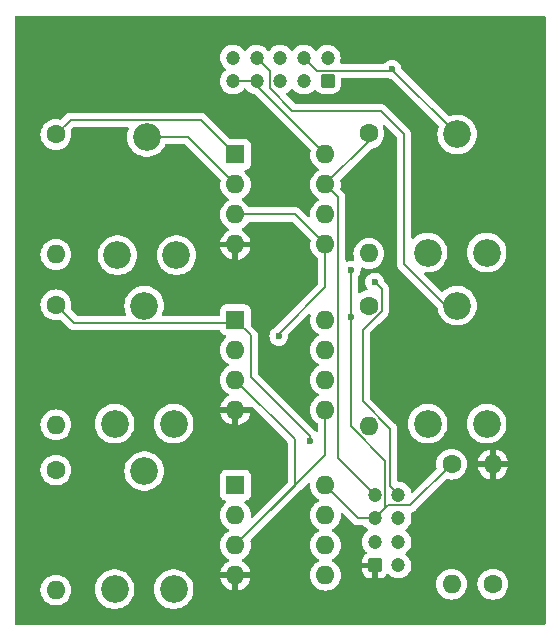
<source format=gbr>
%TF.GenerationSoftware,KiCad,Pcbnew,8.0.8*%
%TF.CreationDate,2025-04-30T14:04:22+02:00*%
%TF.ProjectId,Roboterhand,526f626f-7465-4726-9861-6e642e6b6963,rev?*%
%TF.SameCoordinates,Original*%
%TF.FileFunction,Copper,L2,Bot*%
%TF.FilePolarity,Positive*%
%FSLAX46Y46*%
G04 Gerber Fmt 4.6, Leading zero omitted, Abs format (unit mm)*
G04 Created by KiCad (PCBNEW 8.0.8) date 2025-04-30 14:04:22*
%MOMM*%
%LPD*%
G01*
G04 APERTURE LIST*
G04 Aperture macros list*
%AMRoundRect*
0 Rectangle with rounded corners*
0 $1 Rounding radius*
0 $2 $3 $4 $5 $6 $7 $8 $9 X,Y pos of 4 corners*
0 Add a 4 corners polygon primitive as box body*
4,1,4,$2,$3,$4,$5,$6,$7,$8,$9,$2,$3,0*
0 Add four circle primitives for the rounded corners*
1,1,$1+$1,$2,$3*
1,1,$1+$1,$4,$5*
1,1,$1+$1,$6,$7*
1,1,$1+$1,$8,$9*
0 Add four rect primitives between the rounded corners*
20,1,$1+$1,$2,$3,$4,$5,0*
20,1,$1+$1,$4,$5,$6,$7,0*
20,1,$1+$1,$6,$7,$8,$9,0*
20,1,$1+$1,$8,$9,$2,$3,0*%
G04 Aperture macros list end*
%TA.AperFunction,ComponentPad*%
%ADD10C,1.200000*%
%TD*%
%TA.AperFunction,ComponentPad*%
%ADD11RoundRect,0.250000X0.350000X0.350000X-0.350000X0.350000X-0.350000X-0.350000X0.350000X-0.350000X0*%
%TD*%
%TA.AperFunction,ComponentPad*%
%ADD12O,1.600000X1.600000*%
%TD*%
%TA.AperFunction,ComponentPad*%
%ADD13R,1.600000X1.600000*%
%TD*%
%TA.AperFunction,ComponentPad*%
%ADD14C,2.340000*%
%TD*%
%TA.AperFunction,ComponentPad*%
%ADD15C,1.600000*%
%TD*%
%TA.AperFunction,ComponentPad*%
%ADD16RoundRect,0.250000X0.350000X-0.350000X0.350000X0.350000X-0.350000X0.350000X-0.350000X-0.350000X0*%
%TD*%
%TA.AperFunction,ViaPad*%
%ADD17C,0.600000*%
%TD*%
%TA.AperFunction,Conductor*%
%ADD18C,0.200000*%
%TD*%
G04 APERTURE END LIST*
D10*
%TO.P,J10,10,Pin_10*%
%TO.N,Flex5*%
X146000000Y-70000000D03*
%TO.P,J10,9,Pin_9*%
%TO.N,VCC*%
X146000000Y-72000000D03*
%TO.P,J10,8,Pin_8*%
%TO.N,Flex4*%
X148000000Y-70000000D03*
%TO.P,J10,7,Pin_7*%
%TO.N,VCC*%
X148000000Y-72000000D03*
%TO.P,J10,6,Pin_6*%
%TO.N,Flex3*%
X150000000Y-70000000D03*
%TO.P,J10,5,Pin_5*%
%TO.N,VCC*%
X150000000Y-72000000D03*
%TO.P,J10,4,Pin_4*%
%TO.N,Flex2*%
X152000000Y-70000000D03*
%TO.P,J10,3,Pin_3*%
%TO.N,VCC*%
X152000000Y-72000000D03*
%TO.P,J10,2,Pin_2*%
%TO.N,Flex1*%
X154000000Y-70000000D03*
D11*
%TO.P,J10,1,Pin_1*%
%TO.N,VCC*%
X154000000Y-72000000D03*
%TD*%
D12*
%TO.P,U3,8,V+*%
%TO.N,VCC*%
X153820000Y-106200000D03*
%TO.P,U3,7*%
%TO.N,unconnected-(U3-Pad7)*%
X153820000Y-108740000D03*
%TO.P,U3,6,-*%
%TO.N,unconnected-(U3B---Pad6)*%
X153820000Y-111280000D03*
%TO.P,U3,5,+*%
%TO.N,unconnected-(U3B-+-Pad5)*%
X153820000Y-113820000D03*
%TO.P,U3,4,V-*%
%TO.N,GND*%
X146200000Y-113820000D03*
%TO.P,U3,3,+*%
%TO.N,V12*%
X146200000Y-111280000D03*
%TO.P,U3,2,-*%
%TO.N,Flex5*%
X146200000Y-108740000D03*
D13*
%TO.P,U3,1*%
%TO.N,Out5*%
X146200000Y-106200000D03*
%TD*%
%TO.P,U2,1*%
%TO.N,Out3*%
X146200000Y-92200000D03*
D12*
%TO.P,U2,2,-*%
%TO.N,Flex3*%
X146200000Y-94740000D03*
%TO.P,U2,3,+*%
%TO.N,V12*%
X146200000Y-97280000D03*
%TO.P,U2,4,V-*%
%TO.N,GND*%
X146200000Y-99820000D03*
%TO.P,U2,5,+*%
%TO.N,V12*%
X153820000Y-99820000D03*
%TO.P,U2,6,-*%
%TO.N,Flex4*%
X153820000Y-97280000D03*
%TO.P,U2,7*%
%TO.N,Out4*%
X153820000Y-94740000D03*
%TO.P,U2,8,V+*%
%TO.N,VCC*%
X153820000Y-92200000D03*
%TD*%
D13*
%TO.P,U1,1*%
%TO.N,Out1*%
X146200000Y-78200000D03*
D12*
%TO.P,U1,2,-*%
%TO.N,Flex1*%
X146200000Y-80740000D03*
%TO.P,U1,3,+*%
%TO.N,V12*%
X146200000Y-83280000D03*
%TO.P,U1,4,V-*%
%TO.N,GND*%
X146200000Y-85820000D03*
%TO.P,U1,5,+*%
%TO.N,V12*%
X153820000Y-85820000D03*
%TO.P,U1,6,-*%
%TO.N,Flex2*%
X153820000Y-83280000D03*
%TO.P,U1,7*%
%TO.N,Out2*%
X153820000Y-80740000D03*
%TO.P,U1,8,V+*%
%TO.N,VCC*%
X153820000Y-78200000D03*
%TD*%
D14*
%TO.P,RV5,1,1*%
%TO.N,unconnected-(RV5-Pad1)*%
X140975000Y-115000000D03*
%TO.P,RV5,2,2*%
%TO.N,Flex5*%
X138475000Y-105000000D03*
%TO.P,RV5,3,3*%
%TO.N,Net-(R7-Pad2)*%
X135975000Y-115000000D03*
%TD*%
%TO.P,RV4,3,3*%
%TO.N,Net-(R6-Pad2)*%
X162475000Y-101000000D03*
%TO.P,RV4,2,2*%
%TO.N,Flex4*%
X164975000Y-91000000D03*
%TO.P,RV4,1,1*%
%TO.N,unconnected-(RV4-Pad1)*%
X167475000Y-101000000D03*
%TD*%
%TO.P,RV3,1,1*%
%TO.N,unconnected-(RV3-Pad1)*%
X140975000Y-101000000D03*
%TO.P,RV3,2,2*%
%TO.N,Flex3*%
X138475000Y-91000000D03*
%TO.P,RV3,3,3*%
%TO.N,Net-(R5-Pad2)*%
X135975000Y-101000000D03*
%TD*%
%TO.P,RV2,1,1*%
%TO.N,unconnected-(RV2-Pad1)*%
X167475000Y-86500000D03*
%TO.P,RV2,2,2*%
%TO.N,Flex2*%
X164975000Y-76500000D03*
%TO.P,RV2,3,3*%
%TO.N,Net-(R4-Pad2)*%
X162475000Y-86500000D03*
%TD*%
%TO.P,RV1,1,1*%
%TO.N,unconnected-(RV1-Pad1)*%
X141206510Y-86725836D03*
%TO.P,RV1,2,2*%
%TO.N,Flex1*%
X138706510Y-76725836D03*
%TO.P,RV1,3,3*%
%TO.N,Net-(R3-Pad2)*%
X136206510Y-86725836D03*
%TD*%
D15*
%TO.P,R7,1*%
%TO.N,Out5*%
X131000000Y-104920000D03*
D12*
%TO.P,R7,2*%
%TO.N,Net-(R7-Pad2)*%
X131000000Y-115080000D03*
%TD*%
D15*
%TO.P,R6,1*%
%TO.N,Out4*%
X157500000Y-91000000D03*
D12*
%TO.P,R6,2*%
%TO.N,Net-(R6-Pad2)*%
X157500000Y-101160000D03*
%TD*%
D15*
%TO.P,R5,1*%
%TO.N,Out3*%
X131000000Y-90920000D03*
D12*
%TO.P,R5,2*%
%TO.N,Net-(R5-Pad2)*%
X131000000Y-101080000D03*
%TD*%
%TO.P,R4,2*%
%TO.N,Net-(R4-Pad2)*%
X157500000Y-86580000D03*
D15*
%TO.P,R4,1*%
%TO.N,Out2*%
X157500000Y-76420000D03*
%TD*%
%TO.P,R3,1*%
%TO.N,Out1*%
X131000000Y-76500000D03*
D12*
%TO.P,R3,2*%
%TO.N,Net-(R3-Pad2)*%
X131000000Y-86660000D03*
%TD*%
%TO.P,R2,2*%
%TO.N,GND*%
X168000000Y-104420000D03*
D15*
%TO.P,R2,1*%
%TO.N,V12*%
X168000000Y-114580000D03*
%TD*%
D12*
%TO.P,R1,2*%
%TO.N,V12*%
X164500000Y-114580000D03*
D15*
%TO.P,R1,1*%
%TO.N,VCC*%
X164500000Y-104420000D03*
%TD*%
D16*
%TO.P,J1,1,Pin_1*%
%TO.N,GND*%
X158000000Y-113000000D03*
D10*
%TO.P,J1,2,Pin_2*%
%TO.N,Out4*%
X160000000Y-113000000D03*
%TO.P,J1,3,Pin_3*%
%TO.N,unconnected-(J1-Pin_3-Pad3)*%
X158000000Y-111000000D03*
%TO.P,J1,4,Pin_4*%
%TO.N,Out5*%
X160000000Y-111000000D03*
%TO.P,J1,5,Pin_5*%
%TO.N,VCC*%
X158000000Y-109000000D03*
%TO.P,J1,6,Pin_6*%
%TO.N,Out3*%
X160000000Y-109000000D03*
%TO.P,J1,7,Pin_7*%
%TO.N,Out2*%
X158000000Y-107000000D03*
%TO.P,J1,8,Pin_8*%
%TO.N,Out1*%
X160000000Y-107000000D03*
%TD*%
D17*
%TO.N,Flex2*%
X159464365Y-71000000D03*
%TO.N,VCC*%
X156000000Y-92000000D03*
X156000000Y-88000000D03*
%TO.N,V12*%
X149880000Y-93600000D03*
%TO.N,Out1*%
X158000000Y-89000000D03*
%TO.N,Out3*%
X152500000Y-102500000D03*
%TD*%
D18*
%TO.N,Out1*%
X160000000Y-107000000D02*
X159300000Y-106300000D01*
X159300000Y-106300000D02*
X159300000Y-101404365D01*
X159300000Y-101404365D02*
X157000000Y-99104365D01*
X157000000Y-99104365D02*
X157000000Y-93055635D01*
X157000000Y-93055635D02*
X158600000Y-91455635D01*
X158600000Y-91455635D02*
X158600000Y-89600000D01*
X158600000Y-89600000D02*
X158000000Y-89000000D01*
%TO.N,Out3*%
X152500000Y-102500000D02*
X152500000Y-102000000D01*
X152500000Y-102000000D02*
X147500000Y-97000000D01*
X147500000Y-97000000D02*
X147500000Y-93500000D01*
X147500000Y-93500000D02*
X146200000Y-92200000D01*
%TO.N,V12*%
X146200000Y-97280000D02*
X151240000Y-102320000D01*
X151240000Y-102320000D02*
X151240000Y-106240000D01*
X151240000Y-106240000D02*
X146200000Y-111280000D01*
X149880000Y-93600000D02*
X149880000Y-93360000D01*
X149880000Y-93360000D02*
X153820000Y-89420000D01*
X153820000Y-89420000D02*
X153820000Y-85820000D01*
%TO.N,VCC*%
X156000000Y-92000000D02*
X156000000Y-101215635D01*
X156000000Y-88000000D02*
X156000000Y-92000000D01*
X156000000Y-101215635D02*
X158900000Y-104115635D01*
X158900000Y-104115635D02*
X158900000Y-108100000D01*
X158900000Y-108100000D02*
X158000000Y-109000000D01*
X146000000Y-72000000D02*
X147620000Y-72000000D01*
X147620000Y-72000000D02*
X153820000Y-78200000D01*
%TO.N,V12*%
X146200000Y-83280000D02*
X151280000Y-83280000D01*
X151280000Y-83280000D02*
X153820000Y-85820000D01*
%TO.N,Out2*%
X153820000Y-80740000D02*
X157500000Y-77060000D01*
X157500000Y-77060000D02*
X157500000Y-76420000D01*
X158000000Y-107000000D02*
X154920000Y-103920000D01*
X154920000Y-81840000D02*
X153820000Y-80740000D01*
X154920000Y-103920000D02*
X154920000Y-81840000D01*
%TO.N,Out1*%
X131000000Y-76500000D02*
X132244164Y-75255836D01*
X132244164Y-75255836D02*
X143255836Y-75255836D01*
X143255836Y-75255836D02*
X146200000Y-78200000D01*
%TO.N,Flex1*%
X138706510Y-76725836D02*
X142185836Y-76725836D01*
X142185836Y-76725836D02*
X146200000Y-80740000D01*
%TO.N,Out3*%
X146200000Y-92200000D02*
X145930000Y-92470000D01*
X145930000Y-92470000D02*
X132550000Y-92470000D01*
X132550000Y-92470000D02*
X131000000Y-90920000D01*
%TO.N,Flex4*%
X151000000Y-74500000D02*
X158500000Y-74500000D01*
X160500000Y-87500000D02*
X164000000Y-91000000D01*
X158500000Y-74500000D02*
X160500000Y-76500000D01*
X160500000Y-76500000D02*
X160500000Y-87500000D01*
X148000000Y-70000000D02*
X149100000Y-71100000D01*
X149100000Y-71100000D02*
X149100000Y-72600000D01*
X149100000Y-72600000D02*
X151000000Y-74500000D01*
X164000000Y-91000000D02*
X164975000Y-91000000D01*
%TO.N,Flex2*%
X152000000Y-70000000D02*
X153100000Y-71100000D01*
X153100000Y-71100000D02*
X159575000Y-71100000D01*
X159575000Y-71100000D02*
X164975000Y-76500000D01*
%TO.N,V12*%
X146200000Y-111280000D02*
X153820000Y-103660000D01*
X153820000Y-103660000D02*
X153820000Y-99820000D01*
%TO.N,VCC*%
X158000000Y-109000000D02*
X156620000Y-109000000D01*
X156620000Y-109000000D02*
X153820000Y-106200000D01*
X158000000Y-109000000D02*
X159100000Y-107900000D01*
X159100000Y-107900000D02*
X161020000Y-107900000D01*
X161020000Y-107900000D02*
X164500000Y-104420000D01*
%TD*%
%TA.AperFunction,Conductor*%
%TO.N,GND*%
G36*
X172442539Y-66520185D02*
G01*
X172488294Y-66572989D01*
X172499500Y-66624500D01*
X172499500Y-117875500D01*
X172479815Y-117942539D01*
X172427011Y-117988294D01*
X172375500Y-117999500D01*
X127624500Y-117999500D01*
X127557461Y-117979815D01*
X127511706Y-117927011D01*
X127500500Y-117875500D01*
X127500500Y-115079998D01*
X129694532Y-115079998D01*
X129694532Y-115080001D01*
X129714364Y-115306686D01*
X129714366Y-115306697D01*
X129773258Y-115526488D01*
X129773261Y-115526497D01*
X129869431Y-115732732D01*
X129869432Y-115732734D01*
X129999954Y-115919141D01*
X130160858Y-116080045D01*
X130160861Y-116080047D01*
X130347266Y-116210568D01*
X130553504Y-116306739D01*
X130553509Y-116306740D01*
X130553511Y-116306741D01*
X130564599Y-116309712D01*
X130773308Y-116365635D01*
X130935230Y-116379801D01*
X130999998Y-116385468D01*
X131000000Y-116385468D01*
X131000002Y-116385468D01*
X131056673Y-116380509D01*
X131226692Y-116365635D01*
X131446496Y-116306739D01*
X131652734Y-116210568D01*
X131839139Y-116080047D01*
X132000047Y-115919139D01*
X132130568Y-115732734D01*
X132226739Y-115526496D01*
X132285635Y-115306692D01*
X132305468Y-115080000D01*
X132298468Y-114999995D01*
X134299816Y-114999995D01*
X134299816Y-115000004D01*
X134318524Y-115249663D01*
X134318525Y-115249668D01*
X134374236Y-115493755D01*
X134374238Y-115493764D01*
X134374240Y-115493769D01*
X134465711Y-115726835D01*
X134590898Y-115943665D01*
X134699658Y-116080045D01*
X134747006Y-116139418D01*
X134920264Y-116300177D01*
X134930540Y-116309712D01*
X135137408Y-116450752D01*
X135137413Y-116450754D01*
X135137414Y-116450755D01*
X135137415Y-116450756D01*
X135257218Y-116508449D01*
X135362983Y-116559383D01*
X135362984Y-116559383D01*
X135362987Y-116559385D01*
X135602236Y-116633184D01*
X135602237Y-116633184D01*
X135602240Y-116633185D01*
X135849805Y-116670499D01*
X135849810Y-116670499D01*
X135849813Y-116670500D01*
X135849814Y-116670500D01*
X136100186Y-116670500D01*
X136100187Y-116670500D01*
X136100194Y-116670499D01*
X136347759Y-116633185D01*
X136347760Y-116633184D01*
X136347764Y-116633184D01*
X136587013Y-116559385D01*
X136812592Y-116450752D01*
X137019460Y-116309712D01*
X137202997Y-116139414D01*
X137359102Y-115943665D01*
X137484289Y-115726835D01*
X137575760Y-115493769D01*
X137631474Y-115249673D01*
X137631475Y-115249663D01*
X137650184Y-115000004D01*
X137650184Y-114999995D01*
X139299816Y-114999995D01*
X139299816Y-115000004D01*
X139318524Y-115249663D01*
X139318525Y-115249668D01*
X139374236Y-115493755D01*
X139374238Y-115493764D01*
X139374240Y-115493769D01*
X139465711Y-115726835D01*
X139590898Y-115943665D01*
X139699658Y-116080045D01*
X139747006Y-116139418D01*
X139920264Y-116300177D01*
X139930540Y-116309712D01*
X140137408Y-116450752D01*
X140137413Y-116450754D01*
X140137414Y-116450755D01*
X140137415Y-116450756D01*
X140257218Y-116508449D01*
X140362983Y-116559383D01*
X140362984Y-116559383D01*
X140362987Y-116559385D01*
X140602236Y-116633184D01*
X140602237Y-116633184D01*
X140602240Y-116633185D01*
X140849805Y-116670499D01*
X140849810Y-116670499D01*
X140849813Y-116670500D01*
X140849814Y-116670500D01*
X141100186Y-116670500D01*
X141100187Y-116670500D01*
X141100194Y-116670499D01*
X141347759Y-116633185D01*
X141347760Y-116633184D01*
X141347764Y-116633184D01*
X141587013Y-116559385D01*
X141812592Y-116450752D01*
X142019460Y-116309712D01*
X142202997Y-116139414D01*
X142359102Y-115943665D01*
X142484289Y-115726835D01*
X142575760Y-115493769D01*
X142631474Y-115249673D01*
X142631475Y-115249663D01*
X142650184Y-115000004D01*
X142650184Y-114999995D01*
X142631475Y-114750336D01*
X142631474Y-114750331D01*
X142631474Y-114750327D01*
X142575760Y-114506231D01*
X142484289Y-114273165D01*
X142359102Y-114056335D01*
X142202997Y-113860586D01*
X142202996Y-113860585D01*
X142202993Y-113860581D01*
X142019460Y-113690288D01*
X141983258Y-113665606D01*
X141812592Y-113549248D01*
X141812588Y-113549246D01*
X141812585Y-113549244D01*
X141812584Y-113549243D01*
X141587015Y-113440616D01*
X141587017Y-113440616D01*
X141347765Y-113366816D01*
X141347759Y-113366814D01*
X141100194Y-113329500D01*
X141100187Y-113329500D01*
X140849813Y-113329500D01*
X140849805Y-113329500D01*
X140602240Y-113366814D01*
X140602234Y-113366816D01*
X140362983Y-113440616D01*
X140137415Y-113549243D01*
X140137414Y-113549244D01*
X139930539Y-113690288D01*
X139747006Y-113860581D01*
X139590898Y-114056335D01*
X139465711Y-114273164D01*
X139374242Y-114506225D01*
X139374236Y-114506244D01*
X139318525Y-114750331D01*
X139318524Y-114750336D01*
X139299816Y-114999995D01*
X137650184Y-114999995D01*
X137631475Y-114750336D01*
X137631474Y-114750331D01*
X137631474Y-114750327D01*
X137575760Y-114506231D01*
X137484289Y-114273165D01*
X137359102Y-114056335D01*
X137202997Y-113860586D01*
X137202996Y-113860585D01*
X137202993Y-113860581D01*
X137019460Y-113690288D01*
X136983258Y-113665606D01*
X136812592Y-113549248D01*
X136812588Y-113549246D01*
X136812585Y-113549244D01*
X136812584Y-113549243D01*
X136587015Y-113440616D01*
X136587017Y-113440616D01*
X136347765Y-113366816D01*
X136347759Y-113366814D01*
X136100194Y-113329500D01*
X136100187Y-113329500D01*
X135849813Y-113329500D01*
X135849805Y-113329500D01*
X135602240Y-113366814D01*
X135602234Y-113366816D01*
X135362983Y-113440616D01*
X135137415Y-113549243D01*
X135137414Y-113549244D01*
X134930539Y-113690288D01*
X134747006Y-113860581D01*
X134590898Y-114056335D01*
X134465711Y-114273164D01*
X134374242Y-114506225D01*
X134374236Y-114506244D01*
X134318525Y-114750331D01*
X134318524Y-114750336D01*
X134299816Y-114999995D01*
X132298468Y-114999995D01*
X132285635Y-114853308D01*
X132226739Y-114633504D01*
X132130568Y-114427266D01*
X132000047Y-114240861D01*
X132000045Y-114240858D01*
X131839141Y-114079954D01*
X131652734Y-113949432D01*
X131652732Y-113949431D01*
X131446497Y-113853261D01*
X131446488Y-113853258D01*
X131226697Y-113794366D01*
X131226693Y-113794365D01*
X131226692Y-113794365D01*
X131226691Y-113794364D01*
X131226686Y-113794364D01*
X131000002Y-113774532D01*
X130999998Y-113774532D01*
X130773313Y-113794364D01*
X130773302Y-113794366D01*
X130553511Y-113853258D01*
X130553502Y-113853261D01*
X130347267Y-113949431D01*
X130347265Y-113949432D01*
X130160858Y-114079954D01*
X129999954Y-114240858D01*
X129869432Y-114427265D01*
X129869431Y-114427267D01*
X129773261Y-114633502D01*
X129773258Y-114633511D01*
X129714366Y-114853302D01*
X129714364Y-114853313D01*
X129694532Y-115079998D01*
X127500500Y-115079998D01*
X127500500Y-104919998D01*
X129694532Y-104919998D01*
X129694532Y-104920001D01*
X129714364Y-105146686D01*
X129714366Y-105146697D01*
X129773258Y-105366488D01*
X129773261Y-105366497D01*
X129869431Y-105572732D01*
X129869432Y-105572734D01*
X129999954Y-105759141D01*
X130160858Y-105920045D01*
X130185038Y-105936976D01*
X130347266Y-106050568D01*
X130553504Y-106146739D01*
X130773308Y-106205635D01*
X130935230Y-106219801D01*
X130999998Y-106225468D01*
X131000000Y-106225468D01*
X131000002Y-106225468D01*
X131056673Y-106220509D01*
X131226692Y-106205635D01*
X131446496Y-106146739D01*
X131652734Y-106050568D01*
X131839139Y-105920047D01*
X132000047Y-105759139D01*
X132130568Y-105572734D01*
X132226739Y-105366496D01*
X132285635Y-105146692D01*
X132298469Y-104999995D01*
X136799816Y-104999995D01*
X136799816Y-105000004D01*
X136818524Y-105249663D01*
X136818525Y-105249668D01*
X136874236Y-105493755D01*
X136874238Y-105493764D01*
X136874240Y-105493769D01*
X136965711Y-105726835D01*
X137090898Y-105943665D01*
X137176150Y-106050567D01*
X137247006Y-106139418D01*
X137372025Y-106255418D01*
X137430540Y-106309712D01*
X137637408Y-106450752D01*
X137637413Y-106450754D01*
X137637414Y-106450755D01*
X137637415Y-106450756D01*
X137757218Y-106508449D01*
X137862983Y-106559383D01*
X137862984Y-106559383D01*
X137862987Y-106559385D01*
X138102236Y-106633184D01*
X138102237Y-106633184D01*
X138102240Y-106633185D01*
X138349805Y-106670499D01*
X138349810Y-106670499D01*
X138349813Y-106670500D01*
X138349814Y-106670500D01*
X138600186Y-106670500D01*
X138600187Y-106670500D01*
X138600194Y-106670499D01*
X138847759Y-106633185D01*
X138847760Y-106633184D01*
X138847764Y-106633184D01*
X139087013Y-106559385D01*
X139312592Y-106450752D01*
X139519460Y-106309712D01*
X139661895Y-106177550D01*
X139702993Y-106139418D01*
X139702993Y-106139416D01*
X139702997Y-106139414D01*
X139859102Y-105943665D01*
X139984289Y-105726835D01*
X140075760Y-105493769D01*
X140131474Y-105249673D01*
X140135200Y-105199953D01*
X140150184Y-105000004D01*
X140150184Y-104999995D01*
X140131475Y-104750336D01*
X140131474Y-104750331D01*
X140131474Y-104750327D01*
X140075760Y-104506231D01*
X139984289Y-104273165D01*
X139859102Y-104056335D01*
X139702997Y-103860586D01*
X139702996Y-103860585D01*
X139702993Y-103860581D01*
X139519460Y-103690288D01*
X139491557Y-103671264D01*
X139312592Y-103549248D01*
X139312588Y-103549246D01*
X139312585Y-103549244D01*
X139312584Y-103549243D01*
X139087015Y-103440616D01*
X139087017Y-103440616D01*
X138847765Y-103366816D01*
X138847759Y-103366814D01*
X138600194Y-103329500D01*
X138600187Y-103329500D01*
X138349813Y-103329500D01*
X138349805Y-103329500D01*
X138102240Y-103366814D01*
X138102234Y-103366816D01*
X137862983Y-103440616D01*
X137637415Y-103549243D01*
X137637414Y-103549244D01*
X137430539Y-103690288D01*
X137247006Y-103860581D01*
X137090898Y-104056335D01*
X136965711Y-104273164D01*
X136874242Y-104506225D01*
X136874236Y-104506244D01*
X136818525Y-104750331D01*
X136818524Y-104750336D01*
X136799816Y-104999995D01*
X132298469Y-104999995D01*
X132305468Y-104920000D01*
X132303674Y-104899500D01*
X132296719Y-104820000D01*
X132285635Y-104693308D01*
X132226739Y-104473504D01*
X132130568Y-104267266D01*
X132000047Y-104080861D01*
X132000045Y-104080858D01*
X131839141Y-103919954D01*
X131652734Y-103789432D01*
X131652732Y-103789431D01*
X131446497Y-103693261D01*
X131446488Y-103693258D01*
X131226697Y-103634366D01*
X131226693Y-103634365D01*
X131226692Y-103634365D01*
X131226691Y-103634364D01*
X131226686Y-103634364D01*
X131000002Y-103614532D01*
X130999998Y-103614532D01*
X130773313Y-103634364D01*
X130773302Y-103634366D01*
X130553511Y-103693258D01*
X130553502Y-103693261D01*
X130347267Y-103789431D01*
X130347265Y-103789432D01*
X130160858Y-103919954D01*
X129999954Y-104080858D01*
X129869432Y-104267265D01*
X129869431Y-104267267D01*
X129773261Y-104473502D01*
X129773258Y-104473511D01*
X129714366Y-104693302D01*
X129714364Y-104693313D01*
X129694532Y-104919998D01*
X127500500Y-104919998D01*
X127500500Y-101079998D01*
X129694532Y-101079998D01*
X129694532Y-101080001D01*
X129714364Y-101306686D01*
X129714366Y-101306697D01*
X129773258Y-101526488D01*
X129773261Y-101526497D01*
X129869431Y-101732732D01*
X129869432Y-101732734D01*
X129999954Y-101919141D01*
X130160858Y-102080045D01*
X130160861Y-102080047D01*
X130347266Y-102210568D01*
X130553504Y-102306739D01*
X130553509Y-102306740D01*
X130553511Y-102306741D01*
X130564599Y-102309712D01*
X130773308Y-102365635D01*
X130935230Y-102379801D01*
X130999998Y-102385468D01*
X131000000Y-102385468D01*
X131000002Y-102385468D01*
X131056673Y-102380509D01*
X131226692Y-102365635D01*
X131446496Y-102306739D01*
X131652734Y-102210568D01*
X131839139Y-102080047D01*
X132000047Y-101919139D01*
X132130568Y-101732734D01*
X132226739Y-101526496D01*
X132285635Y-101306692D01*
X132305468Y-101080000D01*
X132298468Y-100999995D01*
X134299816Y-100999995D01*
X134299816Y-101000004D01*
X134318524Y-101249663D01*
X134318525Y-101249668D01*
X134374236Y-101493755D01*
X134374238Y-101493764D01*
X134374240Y-101493769D01*
X134465711Y-101726835D01*
X134590898Y-101943665D01*
X134655553Y-102024739D01*
X134747006Y-102139418D01*
X134909907Y-102290567D01*
X134930540Y-102309712D01*
X135137408Y-102450752D01*
X135137413Y-102450754D01*
X135137414Y-102450755D01*
X135137415Y-102450756D01*
X135257218Y-102508449D01*
X135362983Y-102559383D01*
X135362984Y-102559383D01*
X135362987Y-102559385D01*
X135602236Y-102633184D01*
X135602237Y-102633184D01*
X135602240Y-102633185D01*
X135849805Y-102670499D01*
X135849810Y-102670499D01*
X135849813Y-102670500D01*
X135849814Y-102670500D01*
X136100186Y-102670500D01*
X136100187Y-102670500D01*
X136100194Y-102670499D01*
X136347759Y-102633185D01*
X136347760Y-102633184D01*
X136347764Y-102633184D01*
X136587013Y-102559385D01*
X136812592Y-102450752D01*
X137019460Y-102309712D01*
X137202997Y-102139414D01*
X137359102Y-101943665D01*
X137484289Y-101726835D01*
X137575760Y-101493769D01*
X137631474Y-101249673D01*
X137637251Y-101172580D01*
X137650184Y-101000004D01*
X137650184Y-100999995D01*
X139299816Y-100999995D01*
X139299816Y-101000004D01*
X139318524Y-101249663D01*
X139318525Y-101249668D01*
X139374236Y-101493755D01*
X139374238Y-101493764D01*
X139374240Y-101493769D01*
X139465711Y-101726835D01*
X139590898Y-101943665D01*
X139655553Y-102024739D01*
X139747006Y-102139418D01*
X139909907Y-102290567D01*
X139930540Y-102309712D01*
X140137408Y-102450752D01*
X140137413Y-102450754D01*
X140137414Y-102450755D01*
X140137415Y-102450756D01*
X140257218Y-102508449D01*
X140362983Y-102559383D01*
X140362984Y-102559383D01*
X140362987Y-102559385D01*
X140602236Y-102633184D01*
X140602237Y-102633184D01*
X140602240Y-102633185D01*
X140849805Y-102670499D01*
X140849810Y-102670499D01*
X140849813Y-102670500D01*
X140849814Y-102670500D01*
X141100186Y-102670500D01*
X141100187Y-102670500D01*
X141100194Y-102670499D01*
X141347759Y-102633185D01*
X141347760Y-102633184D01*
X141347764Y-102633184D01*
X141587013Y-102559385D01*
X141812592Y-102450752D01*
X142019460Y-102309712D01*
X142202997Y-102139414D01*
X142359102Y-101943665D01*
X142484289Y-101726835D01*
X142575760Y-101493769D01*
X142631474Y-101249673D01*
X142637251Y-101172580D01*
X142650184Y-101000004D01*
X142650184Y-100999995D01*
X142631475Y-100750336D01*
X142631474Y-100750331D01*
X142631474Y-100750327D01*
X142575760Y-100506231D01*
X142484289Y-100273165D01*
X142359102Y-100056335D01*
X142202997Y-99860586D01*
X142202996Y-99860585D01*
X142202993Y-99860581D01*
X142019460Y-99690288D01*
X141983258Y-99665606D01*
X141812592Y-99549248D01*
X141812588Y-99549246D01*
X141812585Y-99549244D01*
X141812584Y-99549243D01*
X141587015Y-99440616D01*
X141587017Y-99440616D01*
X141347765Y-99366816D01*
X141347759Y-99366814D01*
X141100194Y-99329500D01*
X141100187Y-99329500D01*
X140849813Y-99329500D01*
X140849805Y-99329500D01*
X140602240Y-99366814D01*
X140602234Y-99366816D01*
X140362983Y-99440616D01*
X140137415Y-99549243D01*
X140137414Y-99549244D01*
X139930539Y-99690288D01*
X139747006Y-99860581D01*
X139590898Y-100056335D01*
X139465711Y-100273164D01*
X139374242Y-100506225D01*
X139374236Y-100506244D01*
X139318525Y-100750331D01*
X139318524Y-100750336D01*
X139299816Y-100999995D01*
X137650184Y-100999995D01*
X137631475Y-100750336D01*
X137631474Y-100750331D01*
X137631474Y-100750327D01*
X137575760Y-100506231D01*
X137484289Y-100273165D01*
X137359102Y-100056335D01*
X137202997Y-99860586D01*
X137202996Y-99860585D01*
X137202993Y-99860581D01*
X137019460Y-99690288D01*
X136983258Y-99665606D01*
X136812592Y-99549248D01*
X136812588Y-99549246D01*
X136812585Y-99549244D01*
X136812584Y-99549243D01*
X136587015Y-99440616D01*
X136587017Y-99440616D01*
X136347765Y-99366816D01*
X136347759Y-99366814D01*
X136100194Y-99329500D01*
X136100187Y-99329500D01*
X135849813Y-99329500D01*
X135849805Y-99329500D01*
X135602240Y-99366814D01*
X135602234Y-99366816D01*
X135362983Y-99440616D01*
X135137415Y-99549243D01*
X135137414Y-99549244D01*
X134930539Y-99690288D01*
X134747006Y-99860581D01*
X134590898Y-100056335D01*
X134465711Y-100273164D01*
X134374242Y-100506225D01*
X134374236Y-100506244D01*
X134318525Y-100750331D01*
X134318524Y-100750336D01*
X134299816Y-100999995D01*
X132298468Y-100999995D01*
X132285635Y-100853308D01*
X132226739Y-100633504D01*
X132130568Y-100427266D01*
X132000047Y-100240861D01*
X132000045Y-100240858D01*
X131839141Y-100079954D01*
X131652734Y-99949432D01*
X131652732Y-99949431D01*
X131446497Y-99853261D01*
X131446488Y-99853258D01*
X131226697Y-99794366D01*
X131226693Y-99794365D01*
X131226692Y-99794365D01*
X131226691Y-99794364D01*
X131226686Y-99794364D01*
X131000002Y-99774532D01*
X130999998Y-99774532D01*
X130773313Y-99794364D01*
X130773302Y-99794366D01*
X130553511Y-99853258D01*
X130553502Y-99853261D01*
X130347267Y-99949431D01*
X130347265Y-99949432D01*
X130160858Y-100079954D01*
X129999954Y-100240858D01*
X129869432Y-100427265D01*
X129869431Y-100427267D01*
X129773261Y-100633502D01*
X129773258Y-100633511D01*
X129714366Y-100853302D01*
X129714364Y-100853313D01*
X129694532Y-101079998D01*
X127500500Y-101079998D01*
X127500500Y-86659998D01*
X129694532Y-86659998D01*
X129694532Y-86660001D01*
X129714364Y-86886686D01*
X129714366Y-86886697D01*
X129773258Y-87106488D01*
X129773261Y-87106497D01*
X129869431Y-87312732D01*
X129869432Y-87312734D01*
X129999954Y-87499141D01*
X130160858Y-87660045D01*
X130160861Y-87660047D01*
X130347266Y-87790568D01*
X130553504Y-87886739D01*
X130773308Y-87945635D01*
X130935230Y-87959801D01*
X130999998Y-87965468D01*
X131000000Y-87965468D01*
X131000002Y-87965468D01*
X131056673Y-87960509D01*
X131226692Y-87945635D01*
X131446496Y-87886739D01*
X131652734Y-87790568D01*
X131839139Y-87660047D01*
X132000047Y-87499139D01*
X132130568Y-87312734D01*
X132226739Y-87106496D01*
X132285635Y-86886692D01*
X132299709Y-86725831D01*
X134531326Y-86725831D01*
X134531326Y-86725840D01*
X134550034Y-86975499D01*
X134550035Y-86975504D01*
X134605746Y-87219591D01*
X134605748Y-87219600D01*
X134605750Y-87219605D01*
X134697221Y-87452671D01*
X134822408Y-87669501D01*
X134918955Y-87790567D01*
X134978516Y-87865254D01*
X135123735Y-87999997D01*
X135162050Y-88035548D01*
X135368918Y-88176588D01*
X135368923Y-88176590D01*
X135368924Y-88176591D01*
X135368925Y-88176592D01*
X135447913Y-88214630D01*
X135594493Y-88285219D01*
X135594494Y-88285219D01*
X135594497Y-88285221D01*
X135833746Y-88359020D01*
X135833747Y-88359020D01*
X135833750Y-88359021D01*
X136081315Y-88396335D01*
X136081320Y-88396335D01*
X136081323Y-88396336D01*
X136081324Y-88396336D01*
X136331696Y-88396336D01*
X136331697Y-88396336D01*
X136331704Y-88396335D01*
X136579269Y-88359021D01*
X136579270Y-88359020D01*
X136579274Y-88359020D01*
X136818523Y-88285221D01*
X137038566Y-88179254D01*
X137044094Y-88176592D01*
X137044094Y-88176591D01*
X137044102Y-88176588D01*
X137250970Y-88035548D01*
X137411345Y-87886741D01*
X137434503Y-87865254D01*
X137434503Y-87865252D01*
X137434507Y-87865250D01*
X137590612Y-87669501D01*
X137715799Y-87452671D01*
X137807270Y-87219605D01*
X137862984Y-86975509D01*
X137864887Y-86950117D01*
X137881694Y-86725840D01*
X137881694Y-86725831D01*
X139531326Y-86725831D01*
X139531326Y-86725840D01*
X139550034Y-86975499D01*
X139550035Y-86975504D01*
X139605746Y-87219591D01*
X139605748Y-87219600D01*
X139605750Y-87219605D01*
X139697221Y-87452671D01*
X139822408Y-87669501D01*
X139918955Y-87790567D01*
X139978516Y-87865254D01*
X140123735Y-87999997D01*
X140162050Y-88035548D01*
X140368918Y-88176588D01*
X140368923Y-88176590D01*
X140368924Y-88176591D01*
X140368925Y-88176592D01*
X140447913Y-88214630D01*
X140594493Y-88285219D01*
X140594494Y-88285219D01*
X140594497Y-88285221D01*
X140833746Y-88359020D01*
X140833747Y-88359020D01*
X140833750Y-88359021D01*
X141081315Y-88396335D01*
X141081320Y-88396335D01*
X141081323Y-88396336D01*
X141081324Y-88396336D01*
X141331696Y-88396336D01*
X141331697Y-88396336D01*
X141331704Y-88396335D01*
X141579269Y-88359021D01*
X141579270Y-88359020D01*
X141579274Y-88359020D01*
X141818523Y-88285221D01*
X142038566Y-88179254D01*
X142044094Y-88176592D01*
X142044094Y-88176591D01*
X142044102Y-88176588D01*
X142250970Y-88035548D01*
X142411345Y-87886741D01*
X142434503Y-87865254D01*
X142434503Y-87865252D01*
X142434507Y-87865250D01*
X142590612Y-87669501D01*
X142715799Y-87452671D01*
X142807270Y-87219605D01*
X142862984Y-86975509D01*
X142864887Y-86950117D01*
X142881694Y-86725840D01*
X142881694Y-86725831D01*
X142862985Y-86476172D01*
X142862984Y-86476167D01*
X142862984Y-86476163D01*
X142807270Y-86232067D01*
X142715799Y-85999001D01*
X142590612Y-85782171D01*
X142434507Y-85586422D01*
X142434506Y-85586421D01*
X142434503Y-85586417D01*
X142250970Y-85416124D01*
X142189722Y-85374366D01*
X142044102Y-85275084D01*
X142044098Y-85275082D01*
X142044095Y-85275080D01*
X142044094Y-85275079D01*
X141818525Y-85166452D01*
X141818527Y-85166452D01*
X141579275Y-85092652D01*
X141579269Y-85092650D01*
X141331704Y-85055336D01*
X141331697Y-85055336D01*
X141081323Y-85055336D01*
X141081315Y-85055336D01*
X140833750Y-85092650D01*
X140833744Y-85092652D01*
X140594493Y-85166452D01*
X140368925Y-85275079D01*
X140368924Y-85275080D01*
X140162049Y-85416124D01*
X139978516Y-85586417D01*
X139822408Y-85782171D01*
X139697221Y-85999000D01*
X139605752Y-86232061D01*
X139605746Y-86232080D01*
X139550035Y-86476167D01*
X139550034Y-86476172D01*
X139531326Y-86725831D01*
X137881694Y-86725831D01*
X137862985Y-86476172D01*
X137862984Y-86476167D01*
X137862984Y-86476163D01*
X137807270Y-86232067D01*
X137715799Y-85999001D01*
X137590612Y-85782171D01*
X137434507Y-85586422D01*
X137434506Y-85586421D01*
X137434503Y-85586417D01*
X137250970Y-85416124D01*
X137189722Y-85374366D01*
X137044102Y-85275084D01*
X137044098Y-85275082D01*
X137044095Y-85275080D01*
X137044094Y-85275079D01*
X136818525Y-85166452D01*
X136818527Y-85166452D01*
X136579275Y-85092652D01*
X136579269Y-85092650D01*
X136331704Y-85055336D01*
X136331697Y-85055336D01*
X136081323Y-85055336D01*
X136081315Y-85055336D01*
X135833750Y-85092650D01*
X135833744Y-85092652D01*
X135594493Y-85166452D01*
X135368925Y-85275079D01*
X135368924Y-85275080D01*
X135162049Y-85416124D01*
X134978516Y-85586417D01*
X134822408Y-85782171D01*
X134697221Y-85999000D01*
X134605752Y-86232061D01*
X134605746Y-86232080D01*
X134550035Y-86476167D01*
X134550034Y-86476172D01*
X134531326Y-86725831D01*
X132299709Y-86725831D01*
X132305468Y-86660000D01*
X132285635Y-86433308D01*
X132226739Y-86213504D01*
X132130568Y-86007266D01*
X132000047Y-85820861D01*
X132000045Y-85820858D01*
X131839141Y-85659954D01*
X131652734Y-85529432D01*
X131652732Y-85529431D01*
X131446497Y-85433261D01*
X131446488Y-85433258D01*
X131226697Y-85374366D01*
X131226693Y-85374365D01*
X131226692Y-85374365D01*
X131226691Y-85374364D01*
X131226686Y-85374364D01*
X131000002Y-85354532D01*
X130999998Y-85354532D01*
X130773313Y-85374364D01*
X130773302Y-85374366D01*
X130553511Y-85433258D01*
X130553502Y-85433261D01*
X130347267Y-85529431D01*
X130347265Y-85529432D01*
X130160858Y-85659954D01*
X129999954Y-85820858D01*
X129869432Y-86007265D01*
X129869431Y-86007267D01*
X129773261Y-86213502D01*
X129773258Y-86213511D01*
X129714366Y-86433302D01*
X129714364Y-86433313D01*
X129694532Y-86659998D01*
X127500500Y-86659998D01*
X127500500Y-76499998D01*
X129694532Y-76499998D01*
X129694532Y-76500001D01*
X129714364Y-76726686D01*
X129714366Y-76726697D01*
X129773258Y-76946488D01*
X129773261Y-76946497D01*
X129869431Y-77152732D01*
X129869432Y-77152734D01*
X129999954Y-77339141D01*
X130160858Y-77500045D01*
X130160861Y-77500047D01*
X130347266Y-77630568D01*
X130553504Y-77726739D01*
X130773308Y-77785635D01*
X130935230Y-77799801D01*
X130999998Y-77805468D01*
X131000000Y-77805468D01*
X131000002Y-77805468D01*
X131061391Y-77800097D01*
X131226692Y-77785635D01*
X131446496Y-77726739D01*
X131652734Y-77630568D01*
X131839139Y-77500047D01*
X132000047Y-77339139D01*
X132130568Y-77152734D01*
X132226739Y-76946496D01*
X132285635Y-76726692D01*
X132305468Y-76500000D01*
X132285635Y-76273308D01*
X132259847Y-76177066D01*
X132261510Y-76107218D01*
X132291942Y-76057292D01*
X132456583Y-75892654D01*
X132517906Y-75859170D01*
X132544263Y-75856336D01*
X137071339Y-75856336D01*
X137138378Y-75876021D01*
X137184133Y-75928825D01*
X137194077Y-75997983D01*
X137186767Y-76025636D01*
X137178525Y-76046639D01*
X137105752Y-76232061D01*
X137105746Y-76232080D01*
X137050035Y-76476167D01*
X137050034Y-76476172D01*
X137031326Y-76725831D01*
X137031326Y-76725840D01*
X137050034Y-76975499D01*
X137050035Y-76975504D01*
X137105746Y-77219591D01*
X137105748Y-77219600D01*
X137105750Y-77219605D01*
X137197221Y-77452671D01*
X137322408Y-77669501D01*
X137415022Y-77785635D01*
X137478516Y-77865254D01*
X137651774Y-78026013D01*
X137662050Y-78035548D01*
X137868918Y-78176588D01*
X137868923Y-78176590D01*
X137868924Y-78176591D01*
X137868925Y-78176592D01*
X137988728Y-78234285D01*
X138094493Y-78285219D01*
X138094494Y-78285219D01*
X138094497Y-78285221D01*
X138333746Y-78359020D01*
X138333747Y-78359020D01*
X138333750Y-78359021D01*
X138581315Y-78396335D01*
X138581320Y-78396335D01*
X138581323Y-78396336D01*
X138581324Y-78396336D01*
X138831696Y-78396336D01*
X138831697Y-78396336D01*
X138909455Y-78384616D01*
X139079269Y-78359021D01*
X139079270Y-78359020D01*
X139079274Y-78359020D01*
X139318523Y-78285221D01*
X139544102Y-78176588D01*
X139750970Y-78035548D01*
X139893405Y-77903386D01*
X139934503Y-77865254D01*
X139934503Y-77865252D01*
X139934507Y-77865250D01*
X140090612Y-77669501D01*
X140215799Y-77452671D01*
X140234495Y-77405031D01*
X140277310Y-77349820D01*
X140343180Y-77326519D01*
X140349923Y-77326336D01*
X141885739Y-77326336D01*
X141952778Y-77346021D01*
X141973420Y-77362655D01*
X144908058Y-80297293D01*
X144941543Y-80358616D01*
X144940152Y-80417067D01*
X144914366Y-80513302D01*
X144914364Y-80513313D01*
X144894532Y-80739998D01*
X144894532Y-80740001D01*
X144914364Y-80966686D01*
X144914366Y-80966697D01*
X144973258Y-81186488D01*
X144973261Y-81186497D01*
X145069431Y-81392732D01*
X145069432Y-81392734D01*
X145199954Y-81579141D01*
X145360858Y-81740045D01*
X145360861Y-81740047D01*
X145547266Y-81870568D01*
X145605275Y-81897618D01*
X145657714Y-81943791D01*
X145676866Y-82010984D01*
X145656650Y-82077865D01*
X145605275Y-82122382D01*
X145547267Y-82149431D01*
X145547265Y-82149432D01*
X145360858Y-82279954D01*
X145199954Y-82440858D01*
X145069432Y-82627265D01*
X145069431Y-82627267D01*
X144973261Y-82833502D01*
X144973258Y-82833511D01*
X144914366Y-83053302D01*
X144914364Y-83053313D01*
X144894532Y-83279998D01*
X144894532Y-83280001D01*
X144914364Y-83506686D01*
X144914366Y-83506697D01*
X144973258Y-83726488D01*
X144973261Y-83726497D01*
X145069431Y-83932732D01*
X145069432Y-83932734D01*
X145199954Y-84119141D01*
X145360858Y-84280045D01*
X145360861Y-84280047D01*
X145547266Y-84410568D01*
X145605865Y-84437893D01*
X145658305Y-84484065D01*
X145677457Y-84551258D01*
X145657242Y-84618139D01*
X145605867Y-84662657D01*
X145547515Y-84689867D01*
X145361179Y-84820342D01*
X145200342Y-84981179D01*
X145069865Y-85167517D01*
X144973734Y-85373673D01*
X144973730Y-85373682D01*
X144921127Y-85569999D01*
X144921128Y-85570000D01*
X145884314Y-85570000D01*
X145879920Y-85574394D01*
X145827259Y-85665606D01*
X145800000Y-85767339D01*
X145800000Y-85872661D01*
X145827259Y-85974394D01*
X145879920Y-86065606D01*
X145884314Y-86070000D01*
X144921128Y-86070000D01*
X144973730Y-86266317D01*
X144973734Y-86266326D01*
X145069865Y-86472482D01*
X145200342Y-86658820D01*
X145361179Y-86819657D01*
X145547517Y-86950134D01*
X145753673Y-87046265D01*
X145753682Y-87046269D01*
X145949999Y-87098872D01*
X145950000Y-87098871D01*
X145950000Y-86135686D01*
X145954394Y-86140080D01*
X146045606Y-86192741D01*
X146147339Y-86220000D01*
X146252661Y-86220000D01*
X146354394Y-86192741D01*
X146445606Y-86140080D01*
X146450000Y-86135686D01*
X146450000Y-87098872D01*
X146646317Y-87046269D01*
X146646326Y-87046265D01*
X146852482Y-86950134D01*
X147038820Y-86819657D01*
X147199657Y-86658820D01*
X147330134Y-86472482D01*
X147426265Y-86266326D01*
X147426269Y-86266317D01*
X147478872Y-86070000D01*
X146515686Y-86070000D01*
X146520080Y-86065606D01*
X146572741Y-85974394D01*
X146600000Y-85872661D01*
X146600000Y-85767339D01*
X146572741Y-85665606D01*
X146520080Y-85574394D01*
X146515686Y-85570000D01*
X147478872Y-85570000D01*
X147478872Y-85569999D01*
X147426269Y-85373682D01*
X147426265Y-85373673D01*
X147330134Y-85167517D01*
X147199657Y-84981179D01*
X147038820Y-84820342D01*
X146852482Y-84689865D01*
X146794133Y-84662657D01*
X146741694Y-84616484D01*
X146722542Y-84549291D01*
X146742758Y-84482410D01*
X146794129Y-84437895D01*
X146852734Y-84410568D01*
X147039139Y-84280047D01*
X147200047Y-84119139D01*
X147330118Y-83933375D01*
X147384693Y-83889752D01*
X147431692Y-83880500D01*
X150979903Y-83880500D01*
X151046942Y-83900185D01*
X151067584Y-83916819D01*
X152528058Y-85377293D01*
X152561543Y-85438616D01*
X152560152Y-85497067D01*
X152534366Y-85593302D01*
X152534364Y-85593313D01*
X152514532Y-85819998D01*
X152514532Y-85820001D01*
X152534364Y-86046686D01*
X152534366Y-86046697D01*
X152593258Y-86266488D01*
X152593261Y-86266497D01*
X152689431Y-86472732D01*
X152689432Y-86472734D01*
X152819954Y-86659141D01*
X152980858Y-86820045D01*
X152980861Y-86820047D01*
X153166624Y-86950118D01*
X153210248Y-87004693D01*
X153219500Y-87051692D01*
X153219500Y-89119902D01*
X153199815Y-89186941D01*
X153183181Y-89207583D01*
X149511286Y-92879477D01*
X149511276Y-92879488D01*
X149502878Y-92887884D01*
X149481180Y-92905185D01*
X149377741Y-92970181D01*
X149377739Y-92970182D01*
X149250184Y-93097737D01*
X149154211Y-93250476D01*
X149094631Y-93420745D01*
X149094630Y-93420750D01*
X149074435Y-93599996D01*
X149074435Y-93600003D01*
X149094630Y-93779249D01*
X149094631Y-93779254D01*
X149154211Y-93949523D01*
X149240761Y-94087265D01*
X149250184Y-94102262D01*
X149377738Y-94229816D01*
X149530478Y-94325789D01*
X149700745Y-94385368D01*
X149700750Y-94385369D01*
X149879996Y-94405565D01*
X149880000Y-94405565D01*
X149880004Y-94405565D01*
X150059249Y-94385369D01*
X150059252Y-94385368D01*
X150059255Y-94385368D01*
X150229522Y-94325789D01*
X150382262Y-94229816D01*
X150509816Y-94102262D01*
X150605789Y-93949522D01*
X150665368Y-93779255D01*
X150669796Y-93739954D01*
X150685565Y-93600003D01*
X150685565Y-93599998D01*
X150683205Y-93579058D01*
X150672369Y-93482887D01*
X150684423Y-93414069D01*
X150707905Y-93381328D01*
X152360295Y-91728938D01*
X152421616Y-91695455D01*
X152491308Y-91700439D01*
X152547241Y-91742311D01*
X152571658Y-91807775D01*
X152567749Y-91848714D01*
X152534366Y-91973302D01*
X152534364Y-91973313D01*
X152514532Y-92199998D01*
X152514532Y-92200001D01*
X152534364Y-92426686D01*
X152534366Y-92426697D01*
X152593258Y-92646488D01*
X152593261Y-92646497D01*
X152689431Y-92852732D01*
X152689432Y-92852734D01*
X152819954Y-93039141D01*
X152980858Y-93200045D01*
X152980861Y-93200047D01*
X153167266Y-93330568D01*
X153225275Y-93357618D01*
X153277714Y-93403791D01*
X153296866Y-93470984D01*
X153276650Y-93537865D01*
X153225275Y-93582381D01*
X153210954Y-93589060D01*
X153167267Y-93609431D01*
X153167265Y-93609432D01*
X152980858Y-93739954D01*
X152819954Y-93900858D01*
X152689432Y-94087265D01*
X152689431Y-94087267D01*
X152593261Y-94293502D01*
X152593258Y-94293511D01*
X152534366Y-94513302D01*
X152534364Y-94513313D01*
X152514532Y-94739998D01*
X152514532Y-94740001D01*
X152534364Y-94966686D01*
X152534366Y-94966697D01*
X152593258Y-95186488D01*
X152593261Y-95186497D01*
X152689431Y-95392732D01*
X152689432Y-95392734D01*
X152819954Y-95579141D01*
X152980858Y-95740045D01*
X152980861Y-95740047D01*
X153167266Y-95870568D01*
X153225275Y-95897618D01*
X153277714Y-95943791D01*
X153296866Y-96010984D01*
X153276650Y-96077865D01*
X153225275Y-96122382D01*
X153167267Y-96149431D01*
X153167265Y-96149432D01*
X152980858Y-96279954D01*
X152819954Y-96440858D01*
X152689432Y-96627265D01*
X152689431Y-96627267D01*
X152593261Y-96833502D01*
X152593258Y-96833511D01*
X152534366Y-97053302D01*
X152534364Y-97053313D01*
X152514532Y-97279998D01*
X152514532Y-97280001D01*
X152534364Y-97506686D01*
X152534366Y-97506697D01*
X152593258Y-97726488D01*
X152593261Y-97726497D01*
X152689431Y-97932732D01*
X152689432Y-97932734D01*
X152819954Y-98119141D01*
X152980858Y-98280045D01*
X152980861Y-98280047D01*
X153167266Y-98410568D01*
X153225275Y-98437618D01*
X153277714Y-98483791D01*
X153296866Y-98550984D01*
X153276650Y-98617865D01*
X153225275Y-98662382D01*
X153167267Y-98689431D01*
X153167265Y-98689432D01*
X152980858Y-98819954D01*
X152819954Y-98980858D01*
X152689432Y-99167265D01*
X152689431Y-99167267D01*
X152593261Y-99373502D01*
X152593258Y-99373511D01*
X152534366Y-99593302D01*
X152534364Y-99593313D01*
X152514532Y-99819998D01*
X152514532Y-99820001D01*
X152534364Y-100046686D01*
X152534366Y-100046697D01*
X152593258Y-100266488D01*
X152593261Y-100266497D01*
X152689431Y-100472732D01*
X152689432Y-100472734D01*
X152819954Y-100659141D01*
X152980858Y-100820045D01*
X152980861Y-100820047D01*
X153166624Y-100950118D01*
X153210248Y-101004693D01*
X153219500Y-101051692D01*
X153219500Y-101582435D01*
X153199815Y-101649474D01*
X153147011Y-101695229D01*
X153077853Y-101705173D01*
X153014297Y-101676148D01*
X152988113Y-101644435D01*
X152980522Y-101631287D01*
X152980521Y-101631286D01*
X152980520Y-101631284D01*
X152868716Y-101519480D01*
X152868715Y-101519479D01*
X152864385Y-101515149D01*
X152864374Y-101515139D01*
X148136819Y-96787584D01*
X148103334Y-96726261D01*
X148100500Y-96699903D01*
X148100500Y-93589060D01*
X148100501Y-93589047D01*
X148100501Y-93420944D01*
X148089885Y-93381325D01*
X148059577Y-93268216D01*
X148044635Y-93242335D01*
X147980524Y-93131290D01*
X147980518Y-93131282D01*
X147536818Y-92687582D01*
X147503333Y-92626259D01*
X147500499Y-92599901D01*
X147500499Y-91352129D01*
X147500498Y-91352123D01*
X147500497Y-91352116D01*
X147494091Y-91292517D01*
X147478111Y-91249673D01*
X147443797Y-91157671D01*
X147443793Y-91157664D01*
X147357547Y-91042455D01*
X147357544Y-91042452D01*
X147242335Y-90956206D01*
X147242328Y-90956202D01*
X147107482Y-90905908D01*
X147107483Y-90905908D01*
X147047883Y-90899501D01*
X147047881Y-90899500D01*
X147047873Y-90899500D01*
X147047864Y-90899500D01*
X145352129Y-90899500D01*
X145352123Y-90899501D01*
X145292516Y-90905908D01*
X145157671Y-90956202D01*
X145157664Y-90956206D01*
X145042455Y-91042452D01*
X145042452Y-91042455D01*
X144956206Y-91157664D01*
X144956202Y-91157671D01*
X144905908Y-91292517D01*
X144903805Y-91312083D01*
X144899501Y-91352123D01*
X144899500Y-91352135D01*
X144899500Y-91745500D01*
X144879815Y-91812539D01*
X144827011Y-91858294D01*
X144775500Y-91869500D01*
X140110171Y-91869500D01*
X140043132Y-91849815D01*
X139997377Y-91797011D01*
X139987433Y-91727853D01*
X139994743Y-91700198D01*
X140075760Y-91493769D01*
X140131474Y-91249673D01*
X140135200Y-91199953D01*
X140150184Y-91000004D01*
X140150184Y-90999995D01*
X140131475Y-90750336D01*
X140131474Y-90750331D01*
X140131474Y-90750327D01*
X140075760Y-90506231D01*
X139984289Y-90273165D01*
X139859102Y-90056335D01*
X139702997Y-89860586D01*
X139702996Y-89860585D01*
X139702993Y-89860581D01*
X139519460Y-89690288D01*
X139437437Y-89634366D01*
X139312592Y-89549248D01*
X139312588Y-89549246D01*
X139312585Y-89549244D01*
X139312584Y-89549243D01*
X139087015Y-89440616D01*
X139087017Y-89440616D01*
X138847765Y-89366816D01*
X138847759Y-89366814D01*
X138600194Y-89329500D01*
X138600187Y-89329500D01*
X138349813Y-89329500D01*
X138349805Y-89329500D01*
X138102240Y-89366814D01*
X138102234Y-89366816D01*
X137862983Y-89440616D01*
X137637415Y-89549243D01*
X137637414Y-89549244D01*
X137430539Y-89690288D01*
X137247006Y-89860581D01*
X137090898Y-90056335D01*
X136965711Y-90273164D01*
X136874242Y-90506225D01*
X136874236Y-90506244D01*
X136818525Y-90750331D01*
X136818524Y-90750336D01*
X136799816Y-90999995D01*
X136799816Y-91000004D01*
X136818524Y-91249663D01*
X136818525Y-91249668D01*
X136874236Y-91493755D01*
X136874238Y-91493764D01*
X136874240Y-91493769D01*
X136953395Y-91695455D01*
X136955257Y-91700198D01*
X136961426Y-91769795D01*
X136928988Y-91831678D01*
X136868243Y-91866201D01*
X136839829Y-91869500D01*
X132850097Y-91869500D01*
X132783058Y-91849815D01*
X132762416Y-91833181D01*
X132291941Y-91362706D01*
X132258456Y-91301383D01*
X132259847Y-91242931D01*
X132269474Y-91207003D01*
X132285635Y-91146692D01*
X132305468Y-90920000D01*
X132303674Y-90899500D01*
X132290624Y-90750331D01*
X132285635Y-90693308D01*
X132226739Y-90473504D01*
X132130568Y-90267266D01*
X132000047Y-90080861D01*
X132000045Y-90080858D01*
X131839141Y-89919954D01*
X131652734Y-89789432D01*
X131652732Y-89789431D01*
X131446497Y-89693261D01*
X131446488Y-89693258D01*
X131226697Y-89634366D01*
X131226693Y-89634365D01*
X131226692Y-89634365D01*
X131226691Y-89634364D01*
X131226686Y-89634364D01*
X131000002Y-89614532D01*
X130999998Y-89614532D01*
X130773313Y-89634364D01*
X130773302Y-89634366D01*
X130553511Y-89693258D01*
X130553502Y-89693261D01*
X130347267Y-89789431D01*
X130347265Y-89789432D01*
X130160858Y-89919954D01*
X129999954Y-90080858D01*
X129869432Y-90267265D01*
X129869431Y-90267267D01*
X129773261Y-90473502D01*
X129773258Y-90473511D01*
X129714366Y-90693302D01*
X129714364Y-90693313D01*
X129694532Y-90919998D01*
X129694532Y-90920001D01*
X129714364Y-91146686D01*
X129714366Y-91146697D01*
X129773258Y-91366488D01*
X129773261Y-91366497D01*
X129869431Y-91572732D01*
X129869432Y-91572734D01*
X129999954Y-91759141D01*
X130160858Y-91920045D01*
X130160861Y-91920047D01*
X130347266Y-92050568D01*
X130553504Y-92146739D01*
X130773308Y-92205635D01*
X130935230Y-92219801D01*
X130999998Y-92225468D01*
X131000000Y-92225468D01*
X131000002Y-92225468D01*
X131056673Y-92220509D01*
X131226692Y-92205635D01*
X131322932Y-92179847D01*
X131392781Y-92181510D01*
X131442706Y-92211941D01*
X132065139Y-92834374D01*
X132065149Y-92834385D01*
X132069479Y-92838715D01*
X132069480Y-92838716D01*
X132181284Y-92950520D01*
X132251890Y-92991284D01*
X132318215Y-93029577D01*
X132470943Y-93070501D01*
X132470946Y-93070501D01*
X132636653Y-93070501D01*
X132636669Y-93070500D01*
X144806020Y-93070500D01*
X144873059Y-93090185D01*
X144918814Y-93142989D01*
X144922202Y-93151167D01*
X144956202Y-93242328D01*
X144956206Y-93242335D01*
X145042452Y-93357544D01*
X145042455Y-93357547D01*
X145157664Y-93443793D01*
X145157671Y-93443797D01*
X145202618Y-93460561D01*
X145292517Y-93494091D01*
X145327596Y-93497862D01*
X145392144Y-93524599D01*
X145431993Y-93581991D01*
X145434488Y-93651816D01*
X145398836Y-93711905D01*
X145385464Y-93722725D01*
X145360858Y-93739954D01*
X145199954Y-93900858D01*
X145069432Y-94087265D01*
X145069431Y-94087267D01*
X144973261Y-94293502D01*
X144973258Y-94293511D01*
X144914366Y-94513302D01*
X144914364Y-94513313D01*
X144894532Y-94739998D01*
X144894532Y-94740001D01*
X144914364Y-94966686D01*
X144914366Y-94966697D01*
X144973258Y-95186488D01*
X144973261Y-95186497D01*
X145069431Y-95392732D01*
X145069432Y-95392734D01*
X145199954Y-95579141D01*
X145360858Y-95740045D01*
X145360861Y-95740047D01*
X145547266Y-95870568D01*
X145605275Y-95897618D01*
X145657714Y-95943791D01*
X145676866Y-96010984D01*
X145656650Y-96077865D01*
X145605275Y-96122382D01*
X145547267Y-96149431D01*
X145547265Y-96149432D01*
X145360858Y-96279954D01*
X145199954Y-96440858D01*
X145069432Y-96627265D01*
X145069431Y-96627267D01*
X144973261Y-96833502D01*
X144973258Y-96833511D01*
X144914366Y-97053302D01*
X144914364Y-97053313D01*
X144894532Y-97279998D01*
X144894532Y-97280001D01*
X144914364Y-97506686D01*
X144914366Y-97506697D01*
X144973258Y-97726488D01*
X144973261Y-97726497D01*
X145069431Y-97932732D01*
X145069432Y-97932734D01*
X145199954Y-98119141D01*
X145360858Y-98280045D01*
X145360861Y-98280047D01*
X145547266Y-98410568D01*
X145605865Y-98437893D01*
X145658305Y-98484065D01*
X145677457Y-98551258D01*
X145657242Y-98618139D01*
X145605867Y-98662657D01*
X145547515Y-98689867D01*
X145361179Y-98820342D01*
X145200342Y-98981179D01*
X145069865Y-99167517D01*
X144973734Y-99373673D01*
X144973730Y-99373682D01*
X144921127Y-99569999D01*
X144921128Y-99570000D01*
X145884314Y-99570000D01*
X145879920Y-99574394D01*
X145827259Y-99665606D01*
X145800000Y-99767339D01*
X145800000Y-99872661D01*
X145827259Y-99974394D01*
X145879920Y-100065606D01*
X145884314Y-100070000D01*
X144921128Y-100070000D01*
X144973730Y-100266317D01*
X144973734Y-100266326D01*
X145069865Y-100472482D01*
X145200342Y-100658820D01*
X145361179Y-100819657D01*
X145547517Y-100950134D01*
X145753673Y-101046265D01*
X145753682Y-101046269D01*
X145949999Y-101098872D01*
X145950000Y-101098871D01*
X145950000Y-100135686D01*
X145954394Y-100140080D01*
X146045606Y-100192741D01*
X146147339Y-100220000D01*
X146252661Y-100220000D01*
X146354394Y-100192741D01*
X146445606Y-100140080D01*
X146450000Y-100135686D01*
X146450000Y-101098872D01*
X146646317Y-101046269D01*
X146646326Y-101046265D01*
X146852482Y-100950134D01*
X147038820Y-100819657D01*
X147199657Y-100658820D01*
X147330134Y-100472482D01*
X147426265Y-100266326D01*
X147426269Y-100266317D01*
X147478872Y-100070000D01*
X146515686Y-100070000D01*
X146520080Y-100065606D01*
X146572741Y-99974394D01*
X146600000Y-99872661D01*
X146600000Y-99767339D01*
X146572741Y-99665606D01*
X146520080Y-99574394D01*
X146515686Y-99570000D01*
X147491260Y-99570000D01*
X147519514Y-99549370D01*
X147589260Y-99545215D01*
X147649143Y-99578378D01*
X150603181Y-102532416D01*
X150636666Y-102593739D01*
X150639500Y-102620097D01*
X150639500Y-105939902D01*
X150619815Y-106006941D01*
X150603181Y-106027583D01*
X147709428Y-108921335D01*
X147648105Y-108954820D01*
X147578413Y-108949836D01*
X147522480Y-108907964D01*
X147498063Y-108842500D01*
X147498218Y-108822857D01*
X147505468Y-108740000D01*
X147485635Y-108513308D01*
X147426739Y-108293504D01*
X147330568Y-108087266D01*
X147200047Y-107900861D01*
X147200045Y-107900858D01*
X147039143Y-107739956D01*
X147014536Y-107722726D01*
X146970912Y-107668149D01*
X146963719Y-107598650D01*
X146995241Y-107536296D01*
X147055471Y-107500882D01*
X147072404Y-107497861D01*
X147107483Y-107494091D01*
X147242331Y-107443796D01*
X147357546Y-107357546D01*
X147443796Y-107242331D01*
X147494091Y-107107483D01*
X147500500Y-107047873D01*
X147500499Y-105352128D01*
X147494091Y-105292517D01*
X147478111Y-105249673D01*
X147443797Y-105157671D01*
X147443793Y-105157664D01*
X147357547Y-105042455D01*
X147357544Y-105042452D01*
X147242335Y-104956206D01*
X147242328Y-104956202D01*
X147107482Y-104905908D01*
X147107483Y-104905908D01*
X147047883Y-104899501D01*
X147047881Y-104899500D01*
X147047873Y-104899500D01*
X147047864Y-104899500D01*
X145352129Y-104899500D01*
X145352123Y-104899501D01*
X145292516Y-104905908D01*
X145157671Y-104956202D01*
X145157664Y-104956206D01*
X145042455Y-105042452D01*
X145042452Y-105042455D01*
X144956206Y-105157664D01*
X144956202Y-105157671D01*
X144905908Y-105292517D01*
X144899501Y-105352116D01*
X144899501Y-105352123D01*
X144899500Y-105352135D01*
X144899500Y-107047870D01*
X144899501Y-107047876D01*
X144905908Y-107107483D01*
X144956202Y-107242328D01*
X144956206Y-107242335D01*
X145042452Y-107357544D01*
X145042455Y-107357547D01*
X145157664Y-107443793D01*
X145157671Y-107443797D01*
X145202618Y-107460561D01*
X145292517Y-107494091D01*
X145327596Y-107497862D01*
X145392144Y-107524599D01*
X145431993Y-107581991D01*
X145434488Y-107651816D01*
X145398836Y-107711905D01*
X145385464Y-107722725D01*
X145360858Y-107739954D01*
X145199954Y-107900858D01*
X145069432Y-108087265D01*
X145069431Y-108087267D01*
X144973261Y-108293502D01*
X144973258Y-108293511D01*
X144914366Y-108513302D01*
X144914364Y-108513313D01*
X144894532Y-108739998D01*
X144894532Y-108740001D01*
X144914364Y-108966686D01*
X144914366Y-108966697D01*
X144973258Y-109186488D01*
X144973261Y-109186497D01*
X145069431Y-109392732D01*
X145069432Y-109392734D01*
X145199954Y-109579141D01*
X145360858Y-109740045D01*
X145360861Y-109740047D01*
X145547266Y-109870568D01*
X145598745Y-109894573D01*
X145605275Y-109897618D01*
X145657714Y-109943791D01*
X145676866Y-110010984D01*
X145656650Y-110077865D01*
X145605275Y-110122382D01*
X145547267Y-110149431D01*
X145547265Y-110149432D01*
X145360858Y-110279954D01*
X145199954Y-110440858D01*
X145069432Y-110627265D01*
X145069431Y-110627267D01*
X144973261Y-110833502D01*
X144973258Y-110833511D01*
X144914366Y-111053302D01*
X144914364Y-111053313D01*
X144894532Y-111279998D01*
X144894532Y-111280001D01*
X144914364Y-111506686D01*
X144914366Y-111506697D01*
X144973258Y-111726488D01*
X144973261Y-111726497D01*
X145069431Y-111932732D01*
X145069432Y-111932734D01*
X145199954Y-112119141D01*
X145360858Y-112280045D01*
X145360861Y-112280047D01*
X145547266Y-112410568D01*
X145605865Y-112437893D01*
X145658305Y-112484065D01*
X145677457Y-112551258D01*
X145657242Y-112618139D01*
X145605867Y-112662657D01*
X145547515Y-112689867D01*
X145361179Y-112820342D01*
X145200342Y-112981179D01*
X145069865Y-113167517D01*
X144973734Y-113373673D01*
X144973730Y-113373682D01*
X144921127Y-113569999D01*
X144921128Y-113570000D01*
X145884314Y-113570000D01*
X145879920Y-113574394D01*
X145827259Y-113665606D01*
X145800000Y-113767339D01*
X145800000Y-113872661D01*
X145827259Y-113974394D01*
X145879920Y-114065606D01*
X145884314Y-114070000D01*
X144921128Y-114070000D01*
X144973730Y-114266317D01*
X144973734Y-114266326D01*
X145069865Y-114472482D01*
X145200342Y-114658820D01*
X145361179Y-114819657D01*
X145547517Y-114950134D01*
X145753673Y-115046265D01*
X145753682Y-115046269D01*
X145949999Y-115098872D01*
X145950000Y-115098871D01*
X145950000Y-114135686D01*
X145954394Y-114140080D01*
X146045606Y-114192741D01*
X146147339Y-114220000D01*
X146252661Y-114220000D01*
X146354394Y-114192741D01*
X146445606Y-114140080D01*
X146450000Y-114135686D01*
X146450000Y-115098872D01*
X146646317Y-115046269D01*
X146646326Y-115046265D01*
X146852482Y-114950134D01*
X147038820Y-114819657D01*
X147199657Y-114658820D01*
X147330134Y-114472482D01*
X147426265Y-114266326D01*
X147426269Y-114266317D01*
X147478872Y-114070000D01*
X146515686Y-114070000D01*
X146520080Y-114065606D01*
X146572741Y-113974394D01*
X146600000Y-113872661D01*
X146600000Y-113767339D01*
X146572741Y-113665606D01*
X146520080Y-113574394D01*
X146515686Y-113570000D01*
X147478872Y-113570000D01*
X147478872Y-113569999D01*
X147426269Y-113373682D01*
X147426265Y-113373673D01*
X147330134Y-113167517D01*
X147199657Y-112981179D01*
X147038820Y-112820342D01*
X146852482Y-112689865D01*
X146794133Y-112662657D01*
X146741694Y-112616484D01*
X146722542Y-112549291D01*
X146742758Y-112482410D01*
X146794129Y-112437895D01*
X146852734Y-112410568D01*
X147039139Y-112280047D01*
X147200047Y-112119139D01*
X147330568Y-111932734D01*
X147426739Y-111726496D01*
X147485635Y-111506692D01*
X147505468Y-111280000D01*
X147485635Y-111053308D01*
X147459847Y-110957066D01*
X147461510Y-110887217D01*
X147491939Y-110837294D01*
X151598506Y-106730728D01*
X151598511Y-106730724D01*
X151608714Y-106720520D01*
X151608716Y-106720520D01*
X151720520Y-106608716D01*
X151720520Y-106608714D01*
X151730724Y-106598511D01*
X151730728Y-106598506D01*
X152310573Y-106018660D01*
X152371894Y-105985177D01*
X152441586Y-105990161D01*
X152497519Y-106032033D01*
X152521936Y-106097497D01*
X152521780Y-106117150D01*
X152514532Y-106199997D01*
X152514532Y-106200001D01*
X152534364Y-106426686D01*
X152534366Y-106426697D01*
X152593258Y-106646488D01*
X152593261Y-106646497D01*
X152689431Y-106852732D01*
X152689432Y-106852734D01*
X152819954Y-107039141D01*
X152980858Y-107200045D01*
X152980861Y-107200047D01*
X153167266Y-107330568D01*
X153225275Y-107357618D01*
X153277714Y-107403791D01*
X153296866Y-107470984D01*
X153276650Y-107537865D01*
X153225275Y-107582382D01*
X153167267Y-107609431D01*
X153167265Y-107609432D01*
X152980858Y-107739954D01*
X152819954Y-107900858D01*
X152689432Y-108087265D01*
X152689431Y-108087267D01*
X152593261Y-108293502D01*
X152593258Y-108293511D01*
X152534366Y-108513302D01*
X152534364Y-108513313D01*
X152514532Y-108739998D01*
X152514532Y-108740001D01*
X152534364Y-108966686D01*
X152534366Y-108966697D01*
X152593258Y-109186488D01*
X152593261Y-109186497D01*
X152689431Y-109392732D01*
X152689432Y-109392734D01*
X152819954Y-109579141D01*
X152980858Y-109740045D01*
X152980861Y-109740047D01*
X153167266Y-109870568D01*
X153218745Y-109894573D01*
X153225275Y-109897618D01*
X153277714Y-109943791D01*
X153296866Y-110010984D01*
X153276650Y-110077865D01*
X153225275Y-110122382D01*
X153167267Y-110149431D01*
X153167265Y-110149432D01*
X152980858Y-110279954D01*
X152819954Y-110440858D01*
X152689432Y-110627265D01*
X152689431Y-110627267D01*
X152593261Y-110833502D01*
X152593258Y-110833511D01*
X152534366Y-111053302D01*
X152534364Y-111053313D01*
X152514532Y-111279998D01*
X152514532Y-111280001D01*
X152534364Y-111506686D01*
X152534366Y-111506697D01*
X152593258Y-111726488D01*
X152593261Y-111726497D01*
X152689431Y-111932732D01*
X152689432Y-111932734D01*
X152819954Y-112119141D01*
X152980858Y-112280045D01*
X152980861Y-112280047D01*
X153167266Y-112410568D01*
X153225275Y-112437618D01*
X153277714Y-112483791D01*
X153296866Y-112550984D01*
X153276650Y-112617865D01*
X153225275Y-112662382D01*
X153167267Y-112689431D01*
X153167265Y-112689432D01*
X152980858Y-112819954D01*
X152819954Y-112980858D01*
X152689432Y-113167265D01*
X152689431Y-113167267D01*
X152593261Y-113373502D01*
X152593258Y-113373511D01*
X152534366Y-113593302D01*
X152534364Y-113593313D01*
X152514532Y-113819998D01*
X152514532Y-113820001D01*
X152534364Y-114046686D01*
X152534366Y-114046697D01*
X152593258Y-114266488D01*
X152593261Y-114266497D01*
X152689431Y-114472732D01*
X152689432Y-114472734D01*
X152819954Y-114659141D01*
X152980858Y-114820045D01*
X152980861Y-114820047D01*
X153167266Y-114950568D01*
X153373504Y-115046739D01*
X153593308Y-115105635D01*
X153755230Y-115119801D01*
X153819998Y-115125468D01*
X153820000Y-115125468D01*
X153820002Y-115125468D01*
X153876673Y-115120509D01*
X154046692Y-115105635D01*
X154266496Y-115046739D01*
X154472734Y-114950568D01*
X154659139Y-114820047D01*
X154820047Y-114659139D01*
X154875462Y-114579998D01*
X163194532Y-114579998D01*
X163194532Y-114580001D01*
X163214364Y-114806686D01*
X163214366Y-114806697D01*
X163273258Y-115026488D01*
X163273261Y-115026497D01*
X163369431Y-115232732D01*
X163369432Y-115232734D01*
X163499954Y-115419141D01*
X163660858Y-115580045D01*
X163660861Y-115580047D01*
X163847266Y-115710568D01*
X164053504Y-115806739D01*
X164273308Y-115865635D01*
X164435230Y-115879801D01*
X164499998Y-115885468D01*
X164500000Y-115885468D01*
X164500002Y-115885468D01*
X164556673Y-115880509D01*
X164726692Y-115865635D01*
X164946496Y-115806739D01*
X165152734Y-115710568D01*
X165339139Y-115580047D01*
X165500047Y-115419139D01*
X165630568Y-115232734D01*
X165726739Y-115026496D01*
X165785635Y-114806692D01*
X165805468Y-114580000D01*
X165805468Y-114579998D01*
X166694532Y-114579998D01*
X166694532Y-114580001D01*
X166714364Y-114806686D01*
X166714366Y-114806697D01*
X166773258Y-115026488D01*
X166773261Y-115026497D01*
X166869431Y-115232732D01*
X166869432Y-115232734D01*
X166999954Y-115419141D01*
X167160858Y-115580045D01*
X167160861Y-115580047D01*
X167347266Y-115710568D01*
X167553504Y-115806739D01*
X167773308Y-115865635D01*
X167935230Y-115879801D01*
X167999998Y-115885468D01*
X168000000Y-115885468D01*
X168000002Y-115885468D01*
X168056673Y-115880509D01*
X168226692Y-115865635D01*
X168446496Y-115806739D01*
X168652734Y-115710568D01*
X168839139Y-115580047D01*
X169000047Y-115419139D01*
X169130568Y-115232734D01*
X169226739Y-115026496D01*
X169285635Y-114806692D01*
X169305468Y-114580000D01*
X169285635Y-114353308D01*
X169226739Y-114133504D01*
X169130568Y-113927266D01*
X169032839Y-113787693D01*
X169000045Y-113740858D01*
X168839141Y-113579954D01*
X168652734Y-113449432D01*
X168652732Y-113449431D01*
X168446497Y-113353261D01*
X168446488Y-113353258D01*
X168226697Y-113294366D01*
X168226693Y-113294365D01*
X168226692Y-113294365D01*
X168226691Y-113294364D01*
X168226686Y-113294364D01*
X168000002Y-113274532D01*
X167999998Y-113274532D01*
X167773313Y-113294364D01*
X167773302Y-113294366D01*
X167553511Y-113353258D01*
X167553502Y-113353261D01*
X167347267Y-113449431D01*
X167347265Y-113449432D01*
X167160858Y-113579954D01*
X166999954Y-113740858D01*
X166869432Y-113927265D01*
X166869431Y-113927267D01*
X166773261Y-114133502D01*
X166773258Y-114133511D01*
X166714366Y-114353302D01*
X166714364Y-114353313D01*
X166694532Y-114579998D01*
X165805468Y-114579998D01*
X165785635Y-114353308D01*
X165726739Y-114133504D01*
X165630568Y-113927266D01*
X165532839Y-113787693D01*
X165500045Y-113740858D01*
X165339141Y-113579954D01*
X165152734Y-113449432D01*
X165152732Y-113449431D01*
X164946497Y-113353261D01*
X164946488Y-113353258D01*
X164726697Y-113294366D01*
X164726693Y-113294365D01*
X164726692Y-113294365D01*
X164726691Y-113294364D01*
X164726686Y-113294364D01*
X164500002Y-113274532D01*
X164499998Y-113274532D01*
X164273313Y-113294364D01*
X164273302Y-113294366D01*
X164053511Y-113353258D01*
X164053502Y-113353261D01*
X163847267Y-113449431D01*
X163847265Y-113449432D01*
X163660858Y-113579954D01*
X163499954Y-113740858D01*
X163369432Y-113927265D01*
X163369431Y-113927267D01*
X163273261Y-114133502D01*
X163273258Y-114133511D01*
X163214366Y-114353302D01*
X163214364Y-114353313D01*
X163194532Y-114579998D01*
X154875462Y-114579998D01*
X154950568Y-114472734D01*
X155046739Y-114266496D01*
X155105635Y-114046692D01*
X155125468Y-113820000D01*
X155105635Y-113593308D01*
X155046739Y-113373504D01*
X154950568Y-113167266D01*
X154833448Y-113000000D01*
X154820045Y-112980858D01*
X154659141Y-112819954D01*
X154472734Y-112689432D01*
X154472728Y-112689429D01*
X154414725Y-112662382D01*
X154362285Y-112616210D01*
X154343133Y-112549017D01*
X154363348Y-112482135D01*
X154414725Y-112437618D01*
X154472734Y-112410568D01*
X154659139Y-112280047D01*
X154820047Y-112119139D01*
X154950568Y-111932734D01*
X155046739Y-111726496D01*
X155105635Y-111506692D01*
X155125468Y-111280000D01*
X155105635Y-111053308D01*
X155046739Y-110833504D01*
X154950568Y-110627266D01*
X154820047Y-110440861D01*
X154820045Y-110440858D01*
X154659141Y-110279954D01*
X154472734Y-110149432D01*
X154472728Y-110149429D01*
X154414725Y-110122382D01*
X154362285Y-110076210D01*
X154343133Y-110009017D01*
X154363348Y-109942135D01*
X154414725Y-109897618D01*
X154421255Y-109894573D01*
X154472734Y-109870568D01*
X154659139Y-109740047D01*
X154820047Y-109579139D01*
X154950568Y-109392734D01*
X155046739Y-109186496D01*
X155105635Y-108966692D01*
X155125468Y-108740000D01*
X155118219Y-108657149D01*
X155131985Y-108588652D01*
X155180600Y-108538469D01*
X155248628Y-108522535D01*
X155314472Y-108545910D01*
X155329428Y-108558663D01*
X156135139Y-109364374D01*
X156135149Y-109364385D01*
X156139479Y-109368715D01*
X156139480Y-109368716D01*
X156251284Y-109480520D01*
X156338095Y-109530639D01*
X156338097Y-109530641D01*
X156376151Y-109552611D01*
X156388215Y-109559577D01*
X156540943Y-109600501D01*
X156540946Y-109600501D01*
X156706653Y-109600501D01*
X156706669Y-109600500D01*
X157012688Y-109600500D01*
X157079727Y-109620185D01*
X157111642Y-109649773D01*
X157183237Y-109744581D01*
X157312898Y-109862782D01*
X157333959Y-109881981D01*
X157354294Y-109894572D01*
X157354296Y-109894573D01*
X157400931Y-109946601D01*
X157412035Y-110015583D01*
X157384082Y-110079617D01*
X157354296Y-110105427D01*
X157333957Y-110118020D01*
X157183237Y-110255418D01*
X157060327Y-110418178D01*
X156969422Y-110600739D01*
X156969417Y-110600752D01*
X156913602Y-110796917D01*
X156894785Y-110999999D01*
X156894785Y-111000000D01*
X156913602Y-111203082D01*
X156969417Y-111399247D01*
X156969422Y-111399260D01*
X157022914Y-111506686D01*
X157060327Y-111581821D01*
X157183236Y-111744579D01*
X157265889Y-111819927D01*
X157302169Y-111879637D01*
X157300409Y-111949484D01*
X157261166Y-112007292D01*
X157247448Y-112017101D01*
X157181656Y-112057682D01*
X157057684Y-112181654D01*
X156965643Y-112330875D01*
X156965641Y-112330880D01*
X156910494Y-112497302D01*
X156910493Y-112497309D01*
X156900000Y-112600013D01*
X156900000Y-112750000D01*
X157719670Y-112750000D01*
X157699925Y-112769745D01*
X157650556Y-112855255D01*
X157625000Y-112950630D01*
X157625000Y-113049370D01*
X157650556Y-113144745D01*
X157699925Y-113230255D01*
X157719670Y-113250000D01*
X156900001Y-113250000D01*
X156900001Y-113399986D01*
X156910494Y-113502697D01*
X156965641Y-113669119D01*
X156965643Y-113669124D01*
X157057684Y-113818345D01*
X157181654Y-113942315D01*
X157330875Y-114034356D01*
X157330880Y-114034358D01*
X157497302Y-114089505D01*
X157497309Y-114089506D01*
X157600019Y-114099999D01*
X157749999Y-114099999D01*
X157750000Y-114099998D01*
X157750000Y-113280330D01*
X157769745Y-113300075D01*
X157855255Y-113349444D01*
X157950630Y-113375000D01*
X158049370Y-113375000D01*
X158144745Y-113349444D01*
X158230255Y-113300075D01*
X158250000Y-113280330D01*
X158250000Y-114099999D01*
X158399972Y-114099999D01*
X158399986Y-114099998D01*
X158502697Y-114089505D01*
X158669119Y-114034358D01*
X158669124Y-114034356D01*
X158818345Y-113942315D01*
X158942317Y-113818343D01*
X158980467Y-113756492D01*
X159032414Y-113709767D01*
X159101377Y-113698544D01*
X159165459Y-113726387D01*
X159179046Y-113740651D01*
X159179380Y-113740348D01*
X159183241Y-113744584D01*
X159333958Y-113881980D01*
X159333960Y-113881982D01*
X159431402Y-113942315D01*
X159507363Y-113989348D01*
X159697544Y-114063024D01*
X159898024Y-114100500D01*
X159898026Y-114100500D01*
X160101974Y-114100500D01*
X160101976Y-114100500D01*
X160302456Y-114063024D01*
X160492637Y-113989348D01*
X160666041Y-113881981D01*
X160816764Y-113744579D01*
X160939673Y-113581821D01*
X161030582Y-113399250D01*
X161086397Y-113203083D01*
X161105215Y-113000000D01*
X161086397Y-112796917D01*
X161030582Y-112600750D01*
X160939673Y-112418179D01*
X160835359Y-112280045D01*
X160816762Y-112255418D01*
X160666042Y-112118019D01*
X160654723Y-112111011D01*
X160645704Y-112105426D01*
X160599069Y-112053401D01*
X160587964Y-111984419D01*
X160615916Y-111920385D01*
X160645703Y-111894573D01*
X160666041Y-111881981D01*
X160816764Y-111744579D01*
X160939673Y-111581821D01*
X161030582Y-111399250D01*
X161086397Y-111203083D01*
X161105215Y-111000000D01*
X161086397Y-110796917D01*
X161030582Y-110600750D01*
X160939673Y-110418179D01*
X160880704Y-110340091D01*
X160816762Y-110255418D01*
X160666042Y-110118019D01*
X160654723Y-110111011D01*
X160645704Y-110105426D01*
X160599069Y-110053401D01*
X160587964Y-109984419D01*
X160615916Y-109920385D01*
X160645703Y-109894573D01*
X160666041Y-109881981D01*
X160816764Y-109744579D01*
X160939673Y-109581821D01*
X161030582Y-109399250D01*
X161086397Y-109203083D01*
X161105215Y-109000000D01*
X161086397Y-108796917D01*
X161043390Y-108645764D01*
X161043976Y-108575901D01*
X161082243Y-108517442D01*
X161130557Y-108492060D01*
X161251785Y-108459577D01*
X161323488Y-108418179D01*
X161388716Y-108380520D01*
X161500520Y-108268716D01*
X161500520Y-108268714D01*
X161510724Y-108258511D01*
X161510728Y-108258506D01*
X164057294Y-105711939D01*
X164118615Y-105678456D01*
X164177066Y-105679847D01*
X164196604Y-105685082D01*
X164273308Y-105705635D01*
X164435230Y-105719801D01*
X164499998Y-105725468D01*
X164500000Y-105725468D01*
X164500002Y-105725468D01*
X164556673Y-105720509D01*
X164726692Y-105705635D01*
X164946496Y-105646739D01*
X165152734Y-105550568D01*
X165339139Y-105420047D01*
X165500047Y-105259139D01*
X165630568Y-105072734D01*
X165726739Y-104866496D01*
X165785635Y-104646692D01*
X165805468Y-104420000D01*
X165785635Y-104193308D01*
X165779389Y-104169999D01*
X166721127Y-104169999D01*
X166721128Y-104170000D01*
X167684314Y-104170000D01*
X167679920Y-104174394D01*
X167627259Y-104265606D01*
X167600000Y-104367339D01*
X167600000Y-104472661D01*
X167627259Y-104574394D01*
X167679920Y-104665606D01*
X167684314Y-104670000D01*
X166721128Y-104670000D01*
X166773730Y-104866317D01*
X166773734Y-104866326D01*
X166869865Y-105072482D01*
X167000342Y-105258820D01*
X167161179Y-105419657D01*
X167347517Y-105550134D01*
X167553673Y-105646265D01*
X167553682Y-105646269D01*
X167749999Y-105698872D01*
X167750000Y-105698871D01*
X167750000Y-104735686D01*
X167754394Y-104740080D01*
X167845606Y-104792741D01*
X167947339Y-104820000D01*
X168052661Y-104820000D01*
X168154394Y-104792741D01*
X168245606Y-104740080D01*
X168250000Y-104735686D01*
X168250000Y-105698872D01*
X168446317Y-105646269D01*
X168446326Y-105646265D01*
X168652482Y-105550134D01*
X168838820Y-105419657D01*
X168999657Y-105258820D01*
X169130134Y-105072482D01*
X169226265Y-104866326D01*
X169226269Y-104866317D01*
X169278872Y-104670000D01*
X168315686Y-104670000D01*
X168320080Y-104665606D01*
X168372741Y-104574394D01*
X168400000Y-104472661D01*
X168400000Y-104367339D01*
X168372741Y-104265606D01*
X168320080Y-104174394D01*
X168315686Y-104170000D01*
X169278872Y-104170000D01*
X169278872Y-104169999D01*
X169226269Y-103973682D01*
X169226265Y-103973673D01*
X169130134Y-103767517D01*
X168999657Y-103581179D01*
X168838820Y-103420342D01*
X168652482Y-103289865D01*
X168446328Y-103193734D01*
X168250000Y-103141127D01*
X168250000Y-104104314D01*
X168245606Y-104099920D01*
X168154394Y-104047259D01*
X168052661Y-104020000D01*
X167947339Y-104020000D01*
X167845606Y-104047259D01*
X167754394Y-104099920D01*
X167750000Y-104104314D01*
X167750000Y-103141127D01*
X167553671Y-103193734D01*
X167347517Y-103289865D01*
X167161179Y-103420342D01*
X167000342Y-103581179D01*
X166869865Y-103767517D01*
X166773734Y-103973673D01*
X166773730Y-103973682D01*
X166721127Y-104169999D01*
X165779389Y-104169999D01*
X165726739Y-103973504D01*
X165630568Y-103767266D01*
X165527384Y-103619902D01*
X165500045Y-103580858D01*
X165339141Y-103419954D01*
X165152734Y-103289432D01*
X165152732Y-103289431D01*
X164946497Y-103193261D01*
X164946488Y-103193258D01*
X164726697Y-103134366D01*
X164726693Y-103134365D01*
X164726692Y-103134365D01*
X164726691Y-103134364D01*
X164726686Y-103134364D01*
X164500002Y-103114532D01*
X164499998Y-103114532D01*
X164273313Y-103134364D01*
X164273302Y-103134366D01*
X164053511Y-103193258D01*
X164053502Y-103193261D01*
X163847267Y-103289431D01*
X163847265Y-103289432D01*
X163660858Y-103419954D01*
X163499954Y-103580858D01*
X163369432Y-103767265D01*
X163369431Y-103767267D01*
X163273261Y-103973502D01*
X163273258Y-103973511D01*
X163214366Y-104193302D01*
X163214364Y-104193313D01*
X163194532Y-104419998D01*
X163194532Y-104420001D01*
X163214364Y-104646686D01*
X163214366Y-104646697D01*
X163240152Y-104742931D01*
X163238489Y-104812781D01*
X163208058Y-104862705D01*
X161277120Y-106793643D01*
X161215797Y-106827128D01*
X161146105Y-106822144D01*
X161090172Y-106780272D01*
X161070173Y-106739897D01*
X161030582Y-106600750D01*
X161029467Y-106598511D01*
X160955894Y-106450756D01*
X160939673Y-106418179D01*
X160816764Y-106255421D01*
X160816762Y-106255418D01*
X160666041Y-106118019D01*
X160666039Y-106118017D01*
X160492642Y-106010655D01*
X160492635Y-106010651D01*
X160319722Y-105943665D01*
X160302456Y-105936976D01*
X160101976Y-105899500D01*
X160101974Y-105899500D01*
X160024500Y-105899500D01*
X159957461Y-105879815D01*
X159911706Y-105827011D01*
X159900500Y-105775500D01*
X159900500Y-101325308D01*
X159900499Y-101325304D01*
X159898766Y-101318839D01*
X159892297Y-101294692D01*
X159859577Y-101172580D01*
X159820926Y-101105635D01*
X159780520Y-101035649D01*
X159744866Y-100999995D01*
X160799816Y-100999995D01*
X160799816Y-101000004D01*
X160818524Y-101249663D01*
X160818525Y-101249668D01*
X160874236Y-101493755D01*
X160874238Y-101493764D01*
X160874240Y-101493769D01*
X160965711Y-101726835D01*
X161090898Y-101943665D01*
X161155553Y-102024739D01*
X161247006Y-102139418D01*
X161409907Y-102290567D01*
X161430540Y-102309712D01*
X161637408Y-102450752D01*
X161637413Y-102450754D01*
X161637414Y-102450755D01*
X161637415Y-102450756D01*
X161757218Y-102508449D01*
X161862983Y-102559383D01*
X161862984Y-102559383D01*
X161862987Y-102559385D01*
X162102236Y-102633184D01*
X162102237Y-102633184D01*
X162102240Y-102633185D01*
X162349805Y-102670499D01*
X162349810Y-102670499D01*
X162349813Y-102670500D01*
X162349814Y-102670500D01*
X162600186Y-102670500D01*
X162600187Y-102670500D01*
X162600194Y-102670499D01*
X162847759Y-102633185D01*
X162847760Y-102633184D01*
X162847764Y-102633184D01*
X163087013Y-102559385D01*
X163312592Y-102450752D01*
X163519460Y-102309712D01*
X163702997Y-102139414D01*
X163859102Y-101943665D01*
X163984289Y-101726835D01*
X164075760Y-101493769D01*
X164131474Y-101249673D01*
X164137251Y-101172580D01*
X164150184Y-101000004D01*
X164150184Y-100999995D01*
X165799816Y-100999995D01*
X165799816Y-101000004D01*
X165818524Y-101249663D01*
X165818525Y-101249668D01*
X165874236Y-101493755D01*
X165874238Y-101493764D01*
X165874240Y-101493769D01*
X165965711Y-101726835D01*
X166090898Y-101943665D01*
X166155553Y-102024739D01*
X166247006Y-102139418D01*
X166409907Y-102290567D01*
X166430540Y-102309712D01*
X166637408Y-102450752D01*
X166637413Y-102450754D01*
X166637414Y-102450755D01*
X166637415Y-102450756D01*
X166757218Y-102508449D01*
X166862983Y-102559383D01*
X166862984Y-102559383D01*
X166862987Y-102559385D01*
X167102236Y-102633184D01*
X167102237Y-102633184D01*
X167102240Y-102633185D01*
X167349805Y-102670499D01*
X167349810Y-102670499D01*
X167349813Y-102670500D01*
X167349814Y-102670500D01*
X167600186Y-102670500D01*
X167600187Y-102670500D01*
X167600194Y-102670499D01*
X167847759Y-102633185D01*
X167847760Y-102633184D01*
X167847764Y-102633184D01*
X168087013Y-102559385D01*
X168312592Y-102450752D01*
X168519460Y-102309712D01*
X168702997Y-102139414D01*
X168859102Y-101943665D01*
X168984289Y-101726835D01*
X169075760Y-101493769D01*
X169131474Y-101249673D01*
X169137251Y-101172580D01*
X169150184Y-101000004D01*
X169150184Y-100999995D01*
X169131475Y-100750336D01*
X169131474Y-100750331D01*
X169131474Y-100750327D01*
X169075760Y-100506231D01*
X168984289Y-100273165D01*
X168859102Y-100056335D01*
X168702997Y-99860586D01*
X168702996Y-99860585D01*
X168702993Y-99860581D01*
X168519460Y-99690288D01*
X168483258Y-99665606D01*
X168312592Y-99549248D01*
X168312588Y-99549246D01*
X168312585Y-99549244D01*
X168312584Y-99549243D01*
X168087015Y-99440616D01*
X168087017Y-99440616D01*
X167847765Y-99366816D01*
X167847759Y-99366814D01*
X167600194Y-99329500D01*
X167600187Y-99329500D01*
X167349813Y-99329500D01*
X167349805Y-99329500D01*
X167102240Y-99366814D01*
X167102234Y-99366816D01*
X166862983Y-99440616D01*
X166637415Y-99549243D01*
X166637414Y-99549244D01*
X166430539Y-99690288D01*
X166247006Y-99860581D01*
X166090898Y-100056335D01*
X165965711Y-100273164D01*
X165874242Y-100506225D01*
X165874236Y-100506244D01*
X165818525Y-100750331D01*
X165818524Y-100750336D01*
X165799816Y-100999995D01*
X164150184Y-100999995D01*
X164131475Y-100750336D01*
X164131474Y-100750331D01*
X164131474Y-100750327D01*
X164075760Y-100506231D01*
X163984289Y-100273165D01*
X163859102Y-100056335D01*
X163702997Y-99860586D01*
X163702996Y-99860585D01*
X163702993Y-99860581D01*
X163519460Y-99690288D01*
X163483258Y-99665606D01*
X163312592Y-99549248D01*
X163312588Y-99549246D01*
X163312585Y-99549244D01*
X163312584Y-99549243D01*
X163087015Y-99440616D01*
X163087017Y-99440616D01*
X162847765Y-99366816D01*
X162847759Y-99366814D01*
X162600194Y-99329500D01*
X162600187Y-99329500D01*
X162349813Y-99329500D01*
X162349805Y-99329500D01*
X162102240Y-99366814D01*
X162102234Y-99366816D01*
X161862983Y-99440616D01*
X161637415Y-99549243D01*
X161637414Y-99549244D01*
X161430539Y-99690288D01*
X161247006Y-99860581D01*
X161090898Y-100056335D01*
X160965711Y-100273164D01*
X160874242Y-100506225D01*
X160874236Y-100506244D01*
X160818525Y-100750331D01*
X160818524Y-100750336D01*
X160799816Y-100999995D01*
X159744866Y-100999995D01*
X159668716Y-100923845D01*
X159668715Y-100923844D01*
X159664385Y-100919514D01*
X159664374Y-100919504D01*
X157636819Y-98891949D01*
X157603334Y-98830626D01*
X157600500Y-98804268D01*
X157600500Y-93355732D01*
X157620185Y-93288693D01*
X157636819Y-93268051D01*
X158329757Y-92575113D01*
X159080520Y-91824351D01*
X159159577Y-91687419D01*
X159200501Y-91534692D01*
X159200501Y-91376577D01*
X159200501Y-91368982D01*
X159200500Y-91368964D01*
X159200500Y-89520945D01*
X159200500Y-89520943D01*
X159159577Y-89368216D01*
X159159577Y-89368215D01*
X159137225Y-89329500D01*
X159122804Y-89304522D01*
X159080522Y-89231287D01*
X159080521Y-89231286D01*
X159080520Y-89231284D01*
X158968716Y-89119480D01*
X158968715Y-89119479D01*
X158964385Y-89115149D01*
X158964374Y-89115139D01*
X158830700Y-88981465D01*
X158797215Y-88920142D01*
X158795163Y-88907686D01*
X158785368Y-88820745D01*
X158725789Y-88650478D01*
X158629816Y-88497738D01*
X158502262Y-88370184D01*
X158469379Y-88349522D01*
X158349523Y-88274211D01*
X158179254Y-88214631D01*
X158179249Y-88214630D01*
X158000004Y-88194435D01*
X157999996Y-88194435D01*
X157820750Y-88214630D01*
X157820745Y-88214631D01*
X157650476Y-88274211D01*
X157497737Y-88370184D01*
X157370184Y-88497737D01*
X157274211Y-88650476D01*
X157214631Y-88820745D01*
X157214630Y-88820750D01*
X157194435Y-88999996D01*
X157194435Y-89000003D01*
X157214630Y-89179249D01*
X157214631Y-89179254D01*
X157274211Y-89349523D01*
X157370184Y-89502262D01*
X157374525Y-89507705D01*
X157373322Y-89508664D01*
X157402881Y-89562797D01*
X157397897Y-89632489D01*
X157356025Y-89688422D01*
X157292528Y-89712683D01*
X157278554Y-89713905D01*
X157273308Y-89714365D01*
X157273306Y-89714365D01*
X157273302Y-89714366D01*
X157053511Y-89773258D01*
X157053502Y-89773261D01*
X156847267Y-89869431D01*
X156795622Y-89905593D01*
X156729416Y-89927920D01*
X156661648Y-89910908D01*
X156613836Y-89859959D01*
X156600500Y-89804017D01*
X156600500Y-88582412D01*
X156620185Y-88515373D01*
X156627555Y-88505097D01*
X156629810Y-88502267D01*
X156629816Y-88502262D01*
X156725789Y-88349522D01*
X156785368Y-88179255D01*
X156785668Y-88176591D01*
X156805565Y-88000003D01*
X156805565Y-87999997D01*
X156793588Y-87893699D01*
X156805642Y-87824877D01*
X156852991Y-87773497D01*
X156920602Y-87755873D01*
X156969212Y-87767432D01*
X157053504Y-87806739D01*
X157053510Y-87806740D01*
X157053511Y-87806741D01*
X157064599Y-87809712D01*
X157273308Y-87865635D01*
X157435230Y-87879801D01*
X157499998Y-87885468D01*
X157500000Y-87885468D01*
X157500002Y-87885468D01*
X157556673Y-87880509D01*
X157726692Y-87865635D01*
X157946496Y-87806739D01*
X158152734Y-87710568D01*
X158339139Y-87580047D01*
X158500047Y-87419139D01*
X158630568Y-87232734D01*
X158726739Y-87026496D01*
X158785635Y-86806692D01*
X158805468Y-86580000D01*
X158785635Y-86353308D01*
X158726739Y-86133504D01*
X158630568Y-85927266D01*
X158500047Y-85740861D01*
X158500045Y-85740858D01*
X158339141Y-85579954D01*
X158152734Y-85449432D01*
X158152732Y-85449431D01*
X157946497Y-85353261D01*
X157946488Y-85353258D01*
X157726697Y-85294366D01*
X157726693Y-85294365D01*
X157726692Y-85294365D01*
X157726691Y-85294364D01*
X157726686Y-85294364D01*
X157500002Y-85274532D01*
X157499998Y-85274532D01*
X157273313Y-85294364D01*
X157273302Y-85294366D01*
X157053511Y-85353258D01*
X157053502Y-85353261D01*
X156847267Y-85449431D01*
X156847265Y-85449432D01*
X156660858Y-85579954D01*
X156499954Y-85740858D01*
X156369432Y-85927265D01*
X156369431Y-85927267D01*
X156273261Y-86133502D01*
X156273258Y-86133511D01*
X156214366Y-86353302D01*
X156214364Y-86353313D01*
X156194532Y-86579998D01*
X156194532Y-86580001D01*
X156214364Y-86806686D01*
X156214366Y-86806697D01*
X156273258Y-87026488D01*
X156273263Y-87026502D01*
X156277629Y-87035864D01*
X156288121Y-87104941D01*
X156259601Y-87168725D01*
X156201124Y-87206964D01*
X156151364Y-87211488D01*
X156000004Y-87194435D01*
X155999996Y-87194435D01*
X155820750Y-87214630D01*
X155820745Y-87214631D01*
X155685455Y-87261972D01*
X155615676Y-87265533D01*
X155555048Y-87230804D01*
X155522821Y-87168811D01*
X155520500Y-87144930D01*
X155520500Y-81929059D01*
X155520501Y-81929046D01*
X155520501Y-81760945D01*
X155520501Y-81760943D01*
X155479577Y-81608215D01*
X155450639Y-81558095D01*
X155400520Y-81471284D01*
X155288716Y-81359480D01*
X155288715Y-81359479D01*
X155284385Y-81355149D01*
X155284374Y-81355139D01*
X155111941Y-81182706D01*
X155078456Y-81121383D01*
X155079847Y-81062931D01*
X155105635Y-80966692D01*
X155125468Y-80740000D01*
X155105635Y-80513308D01*
X155079847Y-80417066D01*
X155081510Y-80347217D01*
X155111939Y-80297294D01*
X157671654Y-77737579D01*
X157727236Y-77705489D01*
X157946496Y-77646739D01*
X158152734Y-77550568D01*
X158339139Y-77420047D01*
X158500047Y-77259139D01*
X158630568Y-77072734D01*
X158726739Y-76866496D01*
X158785635Y-76646692D01*
X158805385Y-76420945D01*
X158805468Y-76420001D01*
X158805468Y-76419998D01*
X158793587Y-76284197D01*
X158785635Y-76193308D01*
X158726739Y-75973504D01*
X158676600Y-75865982D01*
X158666109Y-75796908D01*
X158694628Y-75733124D01*
X158753105Y-75694884D01*
X158822972Y-75694329D01*
X158876664Y-75725899D01*
X159863181Y-76712416D01*
X159896666Y-76773739D01*
X159899500Y-76800097D01*
X159899500Y-87413330D01*
X159899499Y-87413348D01*
X159899499Y-87579054D01*
X159899498Y-87579054D01*
X159923734Y-87669501D01*
X159940423Y-87731785D01*
X159961457Y-87768216D01*
X159991784Y-87820745D01*
X160019479Y-87868715D01*
X160138349Y-87987585D01*
X160138355Y-87987590D01*
X163279355Y-91128590D01*
X163312840Y-91189913D01*
X163315327Y-91207003D01*
X163318524Y-91249660D01*
X163318525Y-91249671D01*
X163374236Y-91493755D01*
X163374238Y-91493764D01*
X163374240Y-91493769D01*
X163465711Y-91726835D01*
X163590898Y-91943665D01*
X163614533Y-91973302D01*
X163747006Y-92139418D01*
X163920264Y-92300177D01*
X163930540Y-92309712D01*
X164137408Y-92450752D01*
X164137413Y-92450754D01*
X164137414Y-92450755D01*
X164137415Y-92450756D01*
X164244370Y-92502262D01*
X164362983Y-92559383D01*
X164362984Y-92559383D01*
X164362987Y-92559385D01*
X164602236Y-92633184D01*
X164602237Y-92633184D01*
X164602240Y-92633185D01*
X164849805Y-92670499D01*
X164849810Y-92670499D01*
X164849813Y-92670500D01*
X164849814Y-92670500D01*
X165100186Y-92670500D01*
X165100187Y-92670500D01*
X165100194Y-92670499D01*
X165347759Y-92633185D01*
X165347760Y-92633184D01*
X165347764Y-92633184D01*
X165587013Y-92559385D01*
X165812592Y-92450752D01*
X166019460Y-92309712D01*
X166179390Y-92161318D01*
X166202993Y-92139418D01*
X166202993Y-92139416D01*
X166202997Y-92139414D01*
X166359102Y-91943665D01*
X166484289Y-91726835D01*
X166575760Y-91493769D01*
X166631474Y-91249673D01*
X166635200Y-91199953D01*
X166650184Y-91000004D01*
X166650184Y-90999995D01*
X166631475Y-90750336D01*
X166631474Y-90750331D01*
X166631474Y-90750327D01*
X166575760Y-90506231D01*
X166484289Y-90273165D01*
X166359102Y-90056335D01*
X166202997Y-89860586D01*
X166202996Y-89860585D01*
X166202993Y-89860581D01*
X166019460Y-89690288D01*
X165937437Y-89634366D01*
X165812592Y-89549248D01*
X165812588Y-89549246D01*
X165812585Y-89549244D01*
X165812584Y-89549243D01*
X165587015Y-89440616D01*
X165587017Y-89440616D01*
X165347765Y-89366816D01*
X165347759Y-89366814D01*
X165100194Y-89329500D01*
X165100187Y-89329500D01*
X164849813Y-89329500D01*
X164849805Y-89329500D01*
X164602240Y-89366814D01*
X164602234Y-89366816D01*
X164362983Y-89440616D01*
X164137415Y-89549243D01*
X164137414Y-89549244D01*
X163930539Y-89690288D01*
X163815276Y-89797237D01*
X163752744Y-89828405D01*
X163683287Y-89820818D01*
X163643254Y-89794019D01*
X162227614Y-88378379D01*
X162194129Y-88317056D01*
X162199113Y-88247364D01*
X162240985Y-88191431D01*
X162306449Y-88167014D01*
X162333776Y-88168082D01*
X162349813Y-88170500D01*
X162349814Y-88170500D01*
X162600186Y-88170500D01*
X162600187Y-88170500D01*
X162616223Y-88168083D01*
X162847759Y-88133185D01*
X162847760Y-88133184D01*
X162847764Y-88133184D01*
X163087013Y-88059385D01*
X163312592Y-87950752D01*
X163519460Y-87809712D01*
X163702997Y-87639414D01*
X163859102Y-87443665D01*
X163984289Y-87226835D01*
X164075760Y-86993769D01*
X164131474Y-86749673D01*
X164133260Y-86725840D01*
X164150184Y-86500004D01*
X164150184Y-86499995D01*
X165799816Y-86499995D01*
X165799816Y-86500004D01*
X165818524Y-86749663D01*
X165818525Y-86749668D01*
X165874236Y-86993755D01*
X165874238Y-86993764D01*
X165874240Y-86993769D01*
X165965711Y-87226835D01*
X166090898Y-87443665D01*
X166198870Y-87579057D01*
X166247006Y-87639418D01*
X166409907Y-87790567D01*
X166430540Y-87809712D01*
X166637408Y-87950752D01*
X166637413Y-87950754D01*
X166637414Y-87950755D01*
X166637415Y-87950756D01*
X166739679Y-88000003D01*
X166862983Y-88059383D01*
X166862984Y-88059383D01*
X166862987Y-88059385D01*
X167102236Y-88133184D01*
X167102237Y-88133184D01*
X167102240Y-88133185D01*
X167349805Y-88170499D01*
X167349810Y-88170499D01*
X167349813Y-88170500D01*
X167349814Y-88170500D01*
X167600186Y-88170500D01*
X167600187Y-88170500D01*
X167616223Y-88168083D01*
X167847759Y-88133185D01*
X167847760Y-88133184D01*
X167847764Y-88133184D01*
X168087013Y-88059385D01*
X168312592Y-87950752D01*
X168519460Y-87809712D01*
X168702997Y-87639414D01*
X168859102Y-87443665D01*
X168984289Y-87226835D01*
X169075760Y-86993769D01*
X169131474Y-86749673D01*
X169133260Y-86725840D01*
X169150184Y-86500004D01*
X169150184Y-86499995D01*
X169131475Y-86250336D01*
X169131474Y-86250331D01*
X169131474Y-86250327D01*
X169075760Y-86006231D01*
X168984289Y-85773165D01*
X168859102Y-85556335D01*
X168702997Y-85360586D01*
X168702996Y-85360585D01*
X168702993Y-85360581D01*
X168519460Y-85190288D01*
X168484497Y-85166451D01*
X168312592Y-85049248D01*
X168312588Y-85049246D01*
X168312585Y-85049244D01*
X168312584Y-85049243D01*
X168087015Y-84940616D01*
X168087017Y-84940616D01*
X167847765Y-84866816D01*
X167847759Y-84866814D01*
X167600194Y-84829500D01*
X167600187Y-84829500D01*
X167349813Y-84829500D01*
X167349805Y-84829500D01*
X167102240Y-84866814D01*
X167102234Y-84866816D01*
X166862983Y-84940616D01*
X166637415Y-85049243D01*
X166637414Y-85049244D01*
X166430539Y-85190288D01*
X166247006Y-85360581D01*
X166090898Y-85556335D01*
X165965711Y-85773164D01*
X165874242Y-86006225D01*
X165874236Y-86006244D01*
X165818525Y-86250331D01*
X165818524Y-86250336D01*
X165799816Y-86499995D01*
X164150184Y-86499995D01*
X164131475Y-86250336D01*
X164131474Y-86250331D01*
X164131474Y-86250327D01*
X164075760Y-86006231D01*
X163984289Y-85773165D01*
X163859102Y-85556335D01*
X163702997Y-85360586D01*
X163702996Y-85360585D01*
X163702993Y-85360581D01*
X163519460Y-85190288D01*
X163484497Y-85166451D01*
X163312592Y-85049248D01*
X163312588Y-85049246D01*
X163312585Y-85049244D01*
X163312584Y-85049243D01*
X163087015Y-84940616D01*
X163087017Y-84940616D01*
X162847765Y-84866816D01*
X162847759Y-84866814D01*
X162600194Y-84829500D01*
X162600187Y-84829500D01*
X162349813Y-84829500D01*
X162349805Y-84829500D01*
X162102240Y-84866814D01*
X162102234Y-84866816D01*
X161862983Y-84940616D01*
X161637415Y-85049243D01*
X161637414Y-85049244D01*
X161430539Y-85190288D01*
X161308841Y-85303208D01*
X161246309Y-85334376D01*
X161176852Y-85326789D01*
X161122523Y-85282855D01*
X161100572Y-85216524D01*
X161100500Y-85212309D01*
X161100500Y-76420945D01*
X161100500Y-76420943D01*
X161063859Y-76284197D01*
X161059577Y-76268215D01*
X161013389Y-76188215D01*
X161013388Y-76188214D01*
X160980521Y-76131286D01*
X160980520Y-76131284D01*
X160868716Y-76019480D01*
X160868715Y-76019479D01*
X160864385Y-76015149D01*
X160864374Y-76015139D01*
X158987590Y-74138355D01*
X158987588Y-74138352D01*
X158868717Y-74019481D01*
X158868716Y-74019480D01*
X158781904Y-73969360D01*
X158781904Y-73969359D01*
X158781900Y-73969358D01*
X158731785Y-73940423D01*
X158579057Y-73899499D01*
X158420943Y-73899499D01*
X158413347Y-73899499D01*
X158413331Y-73899500D01*
X151300098Y-73899500D01*
X151233059Y-73879815D01*
X151212417Y-73863181D01*
X150508190Y-73158954D01*
X150474705Y-73097631D01*
X150479689Y-73027939D01*
X150521561Y-72972006D01*
X150530594Y-72965846D01*
X150666039Y-72881982D01*
X150666038Y-72881982D01*
X150666041Y-72881981D01*
X150816764Y-72744579D01*
X150901046Y-72632970D01*
X150957155Y-72591335D01*
X151026867Y-72586644D01*
X151088049Y-72620386D01*
X151098954Y-72632971D01*
X151183237Y-72744581D01*
X151333958Y-72881980D01*
X151333960Y-72881982D01*
X151432040Y-72942710D01*
X151507363Y-72989348D01*
X151697544Y-73063024D01*
X151898024Y-73100500D01*
X151898026Y-73100500D01*
X152101974Y-73100500D01*
X152101976Y-73100500D01*
X152302456Y-73063024D01*
X152492637Y-72989348D01*
X152666041Y-72881981D01*
X152816764Y-72744579D01*
X152816770Y-72744569D01*
X152820620Y-72740348D01*
X152822172Y-72741763D01*
X152870800Y-72705662D01*
X152940511Y-72700956D01*
X153001700Y-72734685D01*
X153019206Y-72756916D01*
X153057288Y-72818656D01*
X153181344Y-72942712D01*
X153330666Y-73034814D01*
X153497203Y-73089999D01*
X153599991Y-73100500D01*
X154400008Y-73100499D01*
X154400016Y-73100498D01*
X154400019Y-73100498D01*
X154456302Y-73094748D01*
X154502797Y-73089999D01*
X154669334Y-73034814D01*
X154818656Y-72942712D01*
X154942712Y-72818656D01*
X155034814Y-72669334D01*
X155089999Y-72502797D01*
X155100500Y-72400009D01*
X155100499Y-71824499D01*
X155120183Y-71757461D01*
X155172987Y-71711706D01*
X155224499Y-71700500D01*
X159038871Y-71700500D01*
X159104842Y-71719506D01*
X159114839Y-71725787D01*
X159114840Y-71725787D01*
X159114843Y-71725789D01*
X159285110Y-71785368D01*
X159285114Y-71785369D01*
X159384018Y-71796512D01*
X159448432Y-71823578D01*
X159457816Y-71832051D01*
X163389479Y-75763714D01*
X163422964Y-75825037D01*
X163417980Y-75894729D01*
X163417227Y-75896696D01*
X163374239Y-76006232D01*
X163318525Y-76250331D01*
X163318524Y-76250336D01*
X163299816Y-76499995D01*
X163299816Y-76500004D01*
X163318524Y-76749663D01*
X163318525Y-76749668D01*
X163374236Y-76993755D01*
X163374238Y-76993764D01*
X163374240Y-76993769D01*
X163465711Y-77226835D01*
X163590898Y-77443665D01*
X163673518Y-77547267D01*
X163747006Y-77639418D01*
X163869960Y-77753502D01*
X163930540Y-77809712D01*
X164137408Y-77950752D01*
X164137413Y-77950754D01*
X164137414Y-77950755D01*
X164137415Y-77950756D01*
X164184256Y-77973313D01*
X164362983Y-78059383D01*
X164362984Y-78059383D01*
X164362987Y-78059385D01*
X164602236Y-78133184D01*
X164602237Y-78133184D01*
X164602240Y-78133185D01*
X164849805Y-78170499D01*
X164849810Y-78170499D01*
X164849813Y-78170500D01*
X164849814Y-78170500D01*
X165100186Y-78170500D01*
X165100187Y-78170500D01*
X165100194Y-78170499D01*
X165347759Y-78133185D01*
X165347760Y-78133184D01*
X165347764Y-78133184D01*
X165587013Y-78059385D01*
X165812592Y-77950752D01*
X166019460Y-77809712D01*
X166170572Y-77669500D01*
X166202993Y-77639418D01*
X166202993Y-77639416D01*
X166202997Y-77639414D01*
X166359102Y-77443665D01*
X166484289Y-77226835D01*
X166575760Y-76993769D01*
X166631474Y-76749673D01*
X166631475Y-76749663D01*
X166650184Y-76500004D01*
X166650184Y-76499995D01*
X166631475Y-76250336D01*
X166631474Y-76250331D01*
X166631474Y-76250327D01*
X166575760Y-76006231D01*
X166484289Y-75773165D01*
X166359102Y-75556335D01*
X166202997Y-75360586D01*
X166202996Y-75360585D01*
X166202993Y-75360581D01*
X166019460Y-75190288D01*
X165994087Y-75172989D01*
X165812592Y-75049248D01*
X165812588Y-75049246D01*
X165812585Y-75049244D01*
X165812584Y-75049243D01*
X165587015Y-74940616D01*
X165587017Y-74940616D01*
X165347765Y-74866816D01*
X165347759Y-74866814D01*
X165100194Y-74829500D01*
X165100187Y-74829500D01*
X164849813Y-74829500D01*
X164849805Y-74829500D01*
X164602240Y-74866814D01*
X164602234Y-74866816D01*
X164459265Y-74910917D01*
X164362987Y-74940615D01*
X164362985Y-74940615D01*
X164359383Y-74941727D01*
X164289520Y-74942677D01*
X164235152Y-74910917D01*
X160293715Y-70969480D01*
X160260230Y-70908157D01*
X160258176Y-70895681D01*
X160249734Y-70820750D01*
X160249733Y-70820745D01*
X160190153Y-70650476D01*
X160094180Y-70497737D01*
X159966627Y-70370184D01*
X159813888Y-70274211D01*
X159643619Y-70214631D01*
X159643614Y-70214630D01*
X159464369Y-70194435D01*
X159464361Y-70194435D01*
X159285115Y-70214630D01*
X159285110Y-70214631D01*
X159114841Y-70274211D01*
X158962104Y-70370183D01*
X158869105Y-70463182D01*
X158807781Y-70496666D01*
X158781424Y-70499500D01*
X155166261Y-70499500D01*
X155099222Y-70479815D01*
X155053467Y-70427011D01*
X155043523Y-70357853D01*
X155046995Y-70341566D01*
X155066159Y-70274211D01*
X155086397Y-70203083D01*
X155105215Y-70000000D01*
X155086397Y-69796917D01*
X155030582Y-69600750D01*
X154939673Y-69418179D01*
X154816764Y-69255421D01*
X154816762Y-69255418D01*
X154666041Y-69118019D01*
X154666039Y-69118017D01*
X154492642Y-69010655D01*
X154492635Y-69010651D01*
X154397546Y-68973814D01*
X154302456Y-68936976D01*
X154101976Y-68899500D01*
X153898024Y-68899500D01*
X153697544Y-68936976D01*
X153697541Y-68936976D01*
X153697541Y-68936977D01*
X153507364Y-69010651D01*
X153507357Y-69010655D01*
X153333960Y-69118017D01*
X153333958Y-69118019D01*
X153183237Y-69255419D01*
X153098954Y-69367028D01*
X153042845Y-69408664D01*
X152973133Y-69413355D01*
X152911951Y-69379613D01*
X152901046Y-69367028D01*
X152816762Y-69255419D01*
X152666041Y-69118019D01*
X152666039Y-69118017D01*
X152492642Y-69010655D01*
X152492635Y-69010651D01*
X152397546Y-68973814D01*
X152302456Y-68936976D01*
X152101976Y-68899500D01*
X151898024Y-68899500D01*
X151697544Y-68936976D01*
X151697541Y-68936976D01*
X151697541Y-68936977D01*
X151507364Y-69010651D01*
X151507357Y-69010655D01*
X151333960Y-69118017D01*
X151333958Y-69118019D01*
X151183237Y-69255419D01*
X151098954Y-69367028D01*
X151042845Y-69408664D01*
X150973133Y-69413355D01*
X150911951Y-69379613D01*
X150901046Y-69367028D01*
X150816762Y-69255419D01*
X150666041Y-69118019D01*
X150666039Y-69118017D01*
X150492642Y-69010655D01*
X150492635Y-69010651D01*
X150397546Y-68973814D01*
X150302456Y-68936976D01*
X150101976Y-68899500D01*
X149898024Y-68899500D01*
X149697544Y-68936976D01*
X149697541Y-68936976D01*
X149697541Y-68936977D01*
X149507364Y-69010651D01*
X149507357Y-69010655D01*
X149333960Y-69118017D01*
X149333958Y-69118019D01*
X149183237Y-69255419D01*
X149098954Y-69367028D01*
X149042845Y-69408664D01*
X148973133Y-69413355D01*
X148911951Y-69379613D01*
X148901046Y-69367028D01*
X148816762Y-69255419D01*
X148666041Y-69118019D01*
X148666039Y-69118017D01*
X148492642Y-69010655D01*
X148492635Y-69010651D01*
X148397546Y-68973814D01*
X148302456Y-68936976D01*
X148101976Y-68899500D01*
X147898024Y-68899500D01*
X147697544Y-68936976D01*
X147697541Y-68936976D01*
X147697541Y-68936977D01*
X147507364Y-69010651D01*
X147507357Y-69010655D01*
X147333960Y-69118017D01*
X147333958Y-69118019D01*
X147183237Y-69255419D01*
X147098954Y-69367028D01*
X147042845Y-69408664D01*
X146973133Y-69413355D01*
X146911951Y-69379613D01*
X146901046Y-69367028D01*
X146816762Y-69255419D01*
X146666041Y-69118019D01*
X146666039Y-69118017D01*
X146492642Y-69010655D01*
X146492635Y-69010651D01*
X146397546Y-68973814D01*
X146302456Y-68936976D01*
X146101976Y-68899500D01*
X145898024Y-68899500D01*
X145697544Y-68936976D01*
X145697541Y-68936976D01*
X145697541Y-68936977D01*
X145507364Y-69010651D01*
X145507357Y-69010655D01*
X145333960Y-69118017D01*
X145333958Y-69118019D01*
X145183237Y-69255418D01*
X145060327Y-69418178D01*
X144969422Y-69600739D01*
X144969417Y-69600752D01*
X144913602Y-69796917D01*
X144894785Y-69999999D01*
X144894785Y-70000000D01*
X144913602Y-70203082D01*
X144969417Y-70399247D01*
X144969422Y-70399260D01*
X145060327Y-70581821D01*
X145183237Y-70744581D01*
X145312898Y-70862782D01*
X145333959Y-70881981D01*
X145354294Y-70894572D01*
X145354296Y-70894573D01*
X145400931Y-70946601D01*
X145412035Y-71015583D01*
X145384082Y-71079617D01*
X145354296Y-71105427D01*
X145333957Y-71118020D01*
X145183237Y-71255418D01*
X145060327Y-71418178D01*
X144969422Y-71600739D01*
X144969417Y-71600752D01*
X144913602Y-71796917D01*
X144894785Y-71999999D01*
X144894785Y-72000000D01*
X144913602Y-72203082D01*
X144969417Y-72399247D01*
X144969422Y-72399260D01*
X145060327Y-72581821D01*
X145183237Y-72744581D01*
X145333958Y-72881980D01*
X145333960Y-72881982D01*
X145432040Y-72942710D01*
X145507363Y-72989348D01*
X145697544Y-73063024D01*
X145898024Y-73100500D01*
X145898026Y-73100500D01*
X146101974Y-73100500D01*
X146101976Y-73100500D01*
X146302456Y-73063024D01*
X146492637Y-72989348D01*
X146666041Y-72881981D01*
X146816764Y-72744579D01*
X146888358Y-72649773D01*
X146944467Y-72608137D01*
X146987312Y-72600500D01*
X147012688Y-72600500D01*
X147079727Y-72620185D01*
X147111642Y-72649773D01*
X147183237Y-72744581D01*
X147333958Y-72881980D01*
X147333960Y-72881982D01*
X147432040Y-72942710D01*
X147507363Y-72989348D01*
X147606979Y-73027939D01*
X147697538Y-73063022D01*
X147697544Y-73063024D01*
X147827368Y-73087291D01*
X147889648Y-73118959D01*
X147892264Y-73121499D01*
X152528058Y-77757293D01*
X152561543Y-77818616D01*
X152560152Y-77877067D01*
X152534366Y-77973302D01*
X152534364Y-77973313D01*
X152514532Y-78199998D01*
X152514532Y-78200001D01*
X152534364Y-78426686D01*
X152534366Y-78426697D01*
X152593258Y-78646488D01*
X152593261Y-78646497D01*
X152689431Y-78852732D01*
X152689432Y-78852734D01*
X152819954Y-79039141D01*
X152980858Y-79200045D01*
X152980861Y-79200047D01*
X153167266Y-79330568D01*
X153225275Y-79357618D01*
X153277714Y-79403791D01*
X153296866Y-79470984D01*
X153276650Y-79537865D01*
X153225275Y-79582382D01*
X153167267Y-79609431D01*
X153167265Y-79609432D01*
X152980858Y-79739954D01*
X152819954Y-79900858D01*
X152689432Y-80087265D01*
X152689431Y-80087267D01*
X152593261Y-80293502D01*
X152593258Y-80293511D01*
X152534366Y-80513302D01*
X152534364Y-80513313D01*
X152514532Y-80739998D01*
X152514532Y-80740001D01*
X152534364Y-80966686D01*
X152534366Y-80966697D01*
X152593258Y-81186488D01*
X152593261Y-81186497D01*
X152689431Y-81392732D01*
X152689432Y-81392734D01*
X152819954Y-81579141D01*
X152980858Y-81740045D01*
X152980861Y-81740047D01*
X153167266Y-81870568D01*
X153225275Y-81897618D01*
X153277714Y-81943791D01*
X153296866Y-82010984D01*
X153276650Y-82077865D01*
X153225275Y-82122382D01*
X153167267Y-82149431D01*
X153167265Y-82149432D01*
X152980858Y-82279954D01*
X152819954Y-82440858D01*
X152689432Y-82627265D01*
X152689431Y-82627267D01*
X152593261Y-82833502D01*
X152593258Y-82833511D01*
X152534366Y-83053302D01*
X152534364Y-83053313D01*
X152514532Y-83279998D01*
X152514532Y-83280002D01*
X152521780Y-83362848D01*
X152508013Y-83431348D01*
X152459398Y-83481531D01*
X152391369Y-83497464D01*
X152325526Y-83474089D01*
X152310571Y-83461336D01*
X151767590Y-82918355D01*
X151767588Y-82918352D01*
X151648717Y-82799481D01*
X151648716Y-82799480D01*
X151561904Y-82749360D01*
X151561904Y-82749359D01*
X151561900Y-82749358D01*
X151511785Y-82720423D01*
X151359057Y-82679499D01*
X151200943Y-82679499D01*
X151193347Y-82679499D01*
X151193331Y-82679500D01*
X147431692Y-82679500D01*
X147364653Y-82659815D01*
X147330119Y-82626625D01*
X147200047Y-82440861D01*
X147200045Y-82440858D01*
X147039141Y-82279954D01*
X146852734Y-82149432D01*
X146852728Y-82149429D01*
X146794725Y-82122382D01*
X146742285Y-82076210D01*
X146723133Y-82009017D01*
X146743348Y-81942135D01*
X146794725Y-81897618D01*
X146852734Y-81870568D01*
X147039139Y-81740047D01*
X147200047Y-81579139D01*
X147330568Y-81392734D01*
X147426739Y-81186496D01*
X147485635Y-80966692D01*
X147505468Y-80740000D01*
X147485635Y-80513308D01*
X147426739Y-80293504D01*
X147330568Y-80087266D01*
X147200047Y-79900861D01*
X147200045Y-79900858D01*
X147039143Y-79739956D01*
X147014536Y-79722726D01*
X146970912Y-79668149D01*
X146963719Y-79598650D01*
X146995241Y-79536296D01*
X147055471Y-79500882D01*
X147072404Y-79497861D01*
X147107483Y-79494091D01*
X147242331Y-79443796D01*
X147357546Y-79357546D01*
X147443796Y-79242331D01*
X147494091Y-79107483D01*
X147500500Y-79047873D01*
X147500499Y-77352128D01*
X147494091Y-77292517D01*
X147489219Y-77279455D01*
X147443797Y-77157671D01*
X147443793Y-77157664D01*
X147357547Y-77042455D01*
X147357544Y-77042452D01*
X147242335Y-76956206D01*
X147242328Y-76956202D01*
X147107482Y-76905908D01*
X147107483Y-76905908D01*
X147047883Y-76899501D01*
X147047881Y-76899500D01*
X147047873Y-76899500D01*
X147047865Y-76899500D01*
X145800098Y-76899500D01*
X145733059Y-76879815D01*
X145712417Y-76863181D01*
X143743426Y-74894191D01*
X143743424Y-74894188D01*
X143624553Y-74775317D01*
X143624552Y-74775316D01*
X143537740Y-74725196D01*
X143537740Y-74725195D01*
X143537736Y-74725194D01*
X143487621Y-74696259D01*
X143334893Y-74655335D01*
X143176779Y-74655335D01*
X143169183Y-74655335D01*
X143169167Y-74655336D01*
X132330834Y-74655336D01*
X132330818Y-74655335D01*
X132323222Y-74655335D01*
X132165107Y-74655335D01*
X132088743Y-74675797D01*
X132012378Y-74696259D01*
X132012373Y-74696262D01*
X131875454Y-74775311D01*
X131875446Y-74775317D01*
X131442705Y-75208058D01*
X131381382Y-75241543D01*
X131322931Y-75240152D01*
X131226697Y-75214366D01*
X131226693Y-75214365D01*
X131226692Y-75214365D01*
X131226691Y-75214364D01*
X131226686Y-75214364D01*
X131000002Y-75194532D01*
X130999998Y-75194532D01*
X130773313Y-75214364D01*
X130773302Y-75214366D01*
X130553511Y-75273258D01*
X130553502Y-75273261D01*
X130347267Y-75369431D01*
X130347265Y-75369432D01*
X130160858Y-75499954D01*
X129999954Y-75660858D01*
X129869432Y-75847265D01*
X129869431Y-75847267D01*
X129773261Y-76053502D01*
X129773258Y-76053511D01*
X129714366Y-76273302D01*
X129714364Y-76273313D01*
X129694532Y-76499998D01*
X127500500Y-76499998D01*
X127500500Y-66624500D01*
X127520185Y-66557461D01*
X127572989Y-66511706D01*
X127624500Y-66500500D01*
X172375500Y-66500500D01*
X172442539Y-66520185D01*
G37*
%TD.AperFunction*%
%TD*%
M02*

</source>
